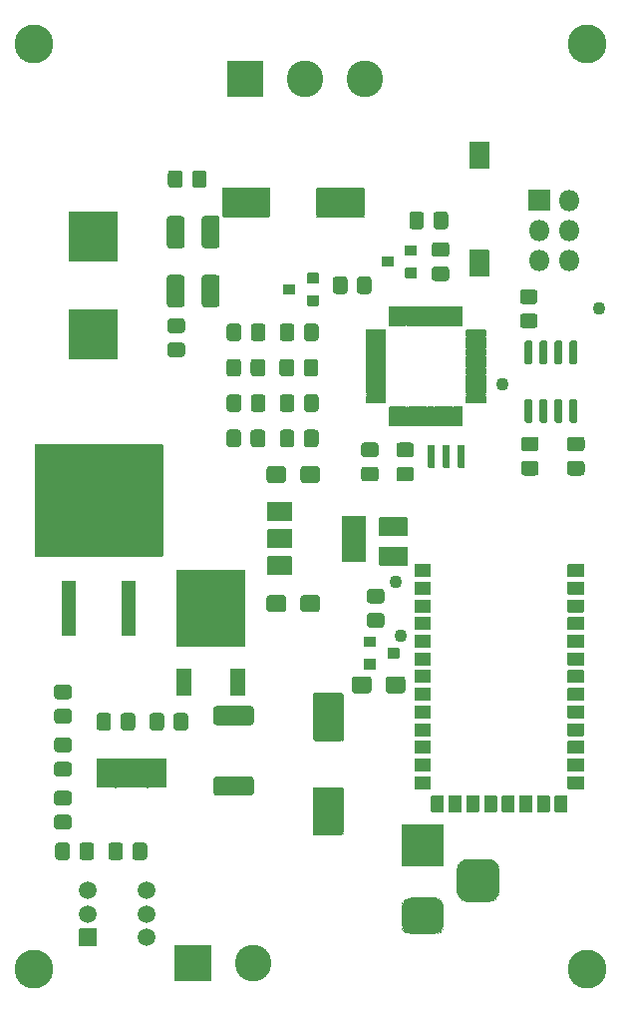
<source format=gbr>
G04 #@! TF.GenerationSoftware,KiCad,Pcbnew,5.1.9*
G04 #@! TF.CreationDate,2021-01-31T09:53:20+01:00*
G04 #@! TF.ProjectId,blueled,626c7565-6c65-4642-9e6b-696361645f70,rev?*
G04 #@! TF.SameCoordinates,Original*
G04 #@! TF.FileFunction,Soldermask,Top*
G04 #@! TF.FilePolarity,Negative*
%FSLAX46Y46*%
G04 Gerber Fmt 4.6, Leading zero omitted, Abs format (unit mm)*
G04 Created by KiCad (PCBNEW 5.1.9) date 2021-01-31 09:53:20*
%MOMM*%
%LPD*%
G01*
G04 APERTURE LIST*
%ADD10C,3.102000*%
%ADD11O,1.802000X1.802000*%
%ADD12C,1.102000*%
%ADD13C,1.502000*%
%ADD14C,3.302000*%
%ADD15C,0.100000*%
G04 APERTURE END LIST*
G36*
G01*
X153499000Y-118600000D02*
X153499000Y-117800000D01*
G75*
G02*
X153550000Y-117749000I51000J0D01*
G01*
X154450000Y-117749000D01*
G75*
G02*
X154501000Y-117800000I0J-51000D01*
G01*
X154501000Y-118600000D01*
G75*
G02*
X154450000Y-118651000I-51000J0D01*
G01*
X153550000Y-118651000D01*
G75*
G02*
X153499000Y-118600000I0J51000D01*
G01*
G37*
G36*
G01*
X151499000Y-119550000D02*
X151499000Y-118750000D01*
G75*
G02*
X151550000Y-118699000I51000J0D01*
G01*
X152450000Y-118699000D01*
G75*
G02*
X152501000Y-118750000I0J-51000D01*
G01*
X152501000Y-119550000D01*
G75*
G02*
X152450000Y-119601000I-51000J0D01*
G01*
X151550000Y-119601000D01*
G75*
G02*
X151499000Y-119550000I0J51000D01*
G01*
G37*
G36*
G01*
X151499000Y-117650000D02*
X151499000Y-116850000D01*
G75*
G02*
X151550000Y-116799000I51000J0D01*
G01*
X152450000Y-116799000D01*
G75*
G02*
X152501000Y-116850000I0J-51000D01*
G01*
X152501000Y-117650000D01*
G75*
G02*
X152450000Y-117701000I-51000J0D01*
G01*
X151550000Y-117701000D01*
G75*
G02*
X151499000Y-117650000I0J51000D01*
G01*
G37*
G36*
G01*
X149500800Y-125691000D02*
X147419200Y-125691000D01*
G75*
G02*
X147159000Y-125430800I0J260200D01*
G01*
X147159000Y-121849200D01*
G75*
G02*
X147419200Y-121589000I260200J0D01*
G01*
X149500800Y-121589000D01*
G75*
G02*
X149761000Y-121849200I0J-260200D01*
G01*
X149761000Y-125430800D01*
G75*
G02*
X149500800Y-125691000I-260200J0D01*
G01*
G37*
G36*
G01*
X149500800Y-133691000D02*
X147419200Y-133691000D01*
G75*
G02*
X147159000Y-133430800I0J260200D01*
G01*
X147159000Y-129849200D01*
G75*
G02*
X147419200Y-129589000I260200J0D01*
G01*
X149500800Y-129589000D01*
G75*
G02*
X149761000Y-129849200I0J-260200D01*
G01*
X149761000Y-133430800D01*
G75*
G02*
X149500800Y-133691000I-260200J0D01*
G01*
G37*
G36*
G01*
X128851001Y-127144001D02*
X130301001Y-127144001D01*
G75*
G02*
X130352001Y-127195001I0J-51000D01*
G01*
X130352001Y-127645001D01*
G75*
G02*
X130301001Y-127696001I-51000J0D01*
G01*
X128851001Y-127696001D01*
G75*
G02*
X128800001Y-127645001I0J51000D01*
G01*
X128800001Y-127195001D01*
G75*
G02*
X128851001Y-127144001I51000J0D01*
G01*
G37*
G36*
G01*
X128851001Y-127794001D02*
X130301001Y-127794001D01*
G75*
G02*
X130352001Y-127845001I0J-51000D01*
G01*
X130352001Y-128295001D01*
G75*
G02*
X130301001Y-128346001I-51000J0D01*
G01*
X128851001Y-128346001D01*
G75*
G02*
X128800001Y-128295001I0J51000D01*
G01*
X128800001Y-127845001D01*
G75*
G02*
X128851001Y-127794001I51000J0D01*
G01*
G37*
G36*
G01*
X128851001Y-128444001D02*
X130301001Y-128444001D01*
G75*
G02*
X130352001Y-128495001I0J-51000D01*
G01*
X130352001Y-128945001D01*
G75*
G02*
X130301001Y-128996001I-51000J0D01*
G01*
X128851001Y-128996001D01*
G75*
G02*
X128800001Y-128945001I0J51000D01*
G01*
X128800001Y-128495001D01*
G75*
G02*
X128851001Y-128444001I51000J0D01*
G01*
G37*
G36*
G01*
X128851001Y-129094001D02*
X130301001Y-129094001D01*
G75*
G02*
X130352001Y-129145001I0J-51000D01*
G01*
X130352001Y-129595001D01*
G75*
G02*
X130301001Y-129646001I-51000J0D01*
G01*
X128851001Y-129646001D01*
G75*
G02*
X128800001Y-129595001I0J51000D01*
G01*
X128800001Y-129145001D01*
G75*
G02*
X128851001Y-129094001I51000J0D01*
G01*
G37*
G36*
G01*
X133251001Y-129094001D02*
X134701001Y-129094001D01*
G75*
G02*
X134752001Y-129145001I0J-51000D01*
G01*
X134752001Y-129595001D01*
G75*
G02*
X134701001Y-129646001I-51000J0D01*
G01*
X133251001Y-129646001D01*
G75*
G02*
X133200001Y-129595001I0J51000D01*
G01*
X133200001Y-129145001D01*
G75*
G02*
X133251001Y-129094001I51000J0D01*
G01*
G37*
G36*
G01*
X133251001Y-128444001D02*
X134701001Y-128444001D01*
G75*
G02*
X134752001Y-128495001I0J-51000D01*
G01*
X134752001Y-128945001D01*
G75*
G02*
X134701001Y-128996001I-51000J0D01*
G01*
X133251001Y-128996001D01*
G75*
G02*
X133200001Y-128945001I0J51000D01*
G01*
X133200001Y-128495001D01*
G75*
G02*
X133251001Y-128444001I51000J0D01*
G01*
G37*
G36*
G01*
X133251001Y-127794001D02*
X134701001Y-127794001D01*
G75*
G02*
X134752001Y-127845001I0J-51000D01*
G01*
X134752001Y-128295001D01*
G75*
G02*
X134701001Y-128346001I-51000J0D01*
G01*
X133251001Y-128346001D01*
G75*
G02*
X133200001Y-128295001I0J51000D01*
G01*
X133200001Y-127845001D01*
G75*
G02*
X133251001Y-127794001I51000J0D01*
G01*
G37*
G36*
G01*
X133251001Y-127144001D02*
X134701001Y-127144001D01*
G75*
G02*
X134752001Y-127195001I0J-51000D01*
G01*
X134752001Y-127645001D01*
G75*
G02*
X134701001Y-127696001I-51000J0D01*
G01*
X133251001Y-127696001D01*
G75*
G02*
X133200001Y-127645001I0J51000D01*
G01*
X133200001Y-127195001D01*
G75*
G02*
X133251001Y-127144001I51000J0D01*
G01*
G37*
G36*
G01*
X130576001Y-127144001D02*
X132976001Y-127144001D01*
G75*
G02*
X133027001Y-127195001I0J-51000D01*
G01*
X133027001Y-129595001D01*
G75*
G02*
X132976001Y-129646001I-51000J0D01*
G01*
X130576001Y-129646001D01*
G75*
G02*
X130525001Y-129595001I0J51000D01*
G01*
X130525001Y-127195001D01*
G75*
G02*
X130576001Y-127144001I51000J0D01*
G01*
G37*
G36*
G01*
X141400001Y-117651000D02*
X135599999Y-117651000D01*
G75*
G02*
X135549000Y-117600001I0J50999D01*
G01*
X135549000Y-111199999D01*
G75*
G02*
X135599999Y-111149000I50999J0D01*
G01*
X141400001Y-111149000D01*
G75*
G02*
X141451000Y-111199999I0J-50999D01*
G01*
X141451000Y-117600001D01*
G75*
G02*
X141400001Y-117651000I-50999J0D01*
G01*
G37*
G36*
G01*
X141380001Y-121851000D02*
X140179999Y-121851000D01*
G75*
G02*
X140129000Y-121800001I0J50999D01*
G01*
X140129000Y-119599999D01*
G75*
G02*
X140179999Y-119549000I50999J0D01*
G01*
X141380001Y-119549000D01*
G75*
G02*
X141431000Y-119599999I0J-50999D01*
G01*
X141431000Y-121800001D01*
G75*
G02*
X141380001Y-121851000I-50999J0D01*
G01*
G37*
G36*
G01*
X136820001Y-121851000D02*
X135619999Y-121851000D01*
G75*
G02*
X135569000Y-121800001I0J50999D01*
G01*
X135569000Y-119599999D01*
G75*
G02*
X135619999Y-119549000I50999J0D01*
G01*
X136820001Y-119549000D01*
G75*
G02*
X136871000Y-119599999I0J-50999D01*
G01*
X136871000Y-121800001D01*
G75*
G02*
X136820001Y-121851000I-50999J0D01*
G01*
G37*
G36*
G01*
X134400000Y-110012000D02*
X123600000Y-110012000D01*
G75*
G02*
X123549000Y-109961000I0J51000D01*
G01*
X123549000Y-100561000D01*
G75*
G02*
X123600000Y-100510000I51000J0D01*
G01*
X134400000Y-100510000D01*
G75*
G02*
X134451000Y-100561000I0J-51000D01*
G01*
X134451000Y-109961000D01*
G75*
G02*
X134400000Y-110012000I-51000J0D01*
G01*
G37*
G36*
G01*
X132090000Y-116762000D02*
X130990000Y-116762000D01*
G75*
G02*
X130939000Y-116711000I0J51000D01*
G01*
X130939000Y-112111000D01*
G75*
G02*
X130990000Y-112060000I51000J0D01*
G01*
X132090000Y-112060000D01*
G75*
G02*
X132141000Y-112111000I0J-51000D01*
G01*
X132141000Y-116711000D01*
G75*
G02*
X132090000Y-116762000I-51000J0D01*
G01*
G37*
G36*
G01*
X127010000Y-116762000D02*
X125910000Y-116762000D01*
G75*
G02*
X125859000Y-116711000I0J51000D01*
G01*
X125859000Y-112111000D01*
G75*
G02*
X125910000Y-112060000I51000J0D01*
G01*
X127010000Y-112060000D01*
G75*
G02*
X127061000Y-112111000I0J-51000D01*
G01*
X127061000Y-116711000D01*
G75*
G02*
X127010000Y-116762000I-51000J0D01*
G01*
G37*
G36*
G01*
X150899000Y-87478828D02*
X150899000Y-86521172D01*
G75*
G02*
X151171172Y-86249000I272172J0D01*
G01*
X151878828Y-86249000D01*
G75*
G02*
X152151000Y-86521172I0J-272172D01*
G01*
X152151000Y-87478828D01*
G75*
G02*
X151878828Y-87751000I-272172J0D01*
G01*
X151171172Y-87751000D01*
G75*
G02*
X150899000Y-87478828I0J272172D01*
G01*
G37*
G36*
G01*
X148849000Y-87478828D02*
X148849000Y-86521172D01*
G75*
G02*
X149121172Y-86249000I272172J0D01*
G01*
X149828828Y-86249000D01*
G75*
G02*
X150101000Y-86521172I0J-272172D01*
G01*
X150101000Y-87478828D01*
G75*
G02*
X149828828Y-87751000I-272172J0D01*
G01*
X149121172Y-87751000D01*
G75*
G02*
X148849000Y-87478828I0J272172D01*
G01*
G37*
G36*
G01*
X157399000Y-81978828D02*
X157399000Y-81021172D01*
G75*
G02*
X157671172Y-80749000I272172J0D01*
G01*
X158378828Y-80749000D01*
G75*
G02*
X158651000Y-81021172I0J-272172D01*
G01*
X158651000Y-81978828D01*
G75*
G02*
X158378828Y-82251000I-272172J0D01*
G01*
X157671172Y-82251000D01*
G75*
G02*
X157399000Y-81978828I0J272172D01*
G01*
G37*
G36*
G01*
X155349000Y-81978828D02*
X155349000Y-81021172D01*
G75*
G02*
X155621172Y-80749000I272172J0D01*
G01*
X156328828Y-80749000D01*
G75*
G02*
X156601000Y-81021172I0J-272172D01*
G01*
X156601000Y-81978828D01*
G75*
G02*
X156328828Y-82251000I-272172J0D01*
G01*
X155621172Y-82251000D01*
G75*
G02*
X155349000Y-81978828I0J272172D01*
G01*
G37*
G36*
G01*
X154001000Y-84600000D02*
X154001000Y-85400000D01*
G75*
G02*
X153950000Y-85451000I-51000J0D01*
G01*
X153050000Y-85451000D01*
G75*
G02*
X152999000Y-85400000I0J51000D01*
G01*
X152999000Y-84600000D01*
G75*
G02*
X153050000Y-84549000I51000J0D01*
G01*
X153950000Y-84549000D01*
G75*
G02*
X154001000Y-84600000I0J-51000D01*
G01*
G37*
G36*
G01*
X156001000Y-83650000D02*
X156001000Y-84450000D01*
G75*
G02*
X155950000Y-84501000I-51000J0D01*
G01*
X155050000Y-84501000D01*
G75*
G02*
X154999000Y-84450000I0J51000D01*
G01*
X154999000Y-83650000D01*
G75*
G02*
X155050000Y-83599000I51000J0D01*
G01*
X155950000Y-83599000D01*
G75*
G02*
X156001000Y-83650000I0J-51000D01*
G01*
G37*
G36*
G01*
X156001000Y-85550000D02*
X156001000Y-86350000D01*
G75*
G02*
X155950000Y-86401000I-51000J0D01*
G01*
X155050000Y-86401000D01*
G75*
G02*
X154999000Y-86350000I0J51000D01*
G01*
X154999000Y-85550000D01*
G75*
G02*
X155050000Y-85499000I51000J0D01*
G01*
X155950000Y-85499000D01*
G75*
G02*
X156001000Y-85550000I0J-51000D01*
G01*
G37*
G36*
G01*
X137724000Y-88608106D02*
X137724000Y-86391894D01*
G75*
G02*
X137991894Y-86124000I267894J0D01*
G01*
X138983106Y-86124000D01*
G75*
G02*
X139251000Y-86391894I0J-267894D01*
G01*
X139251000Y-88608106D01*
G75*
G02*
X138983106Y-88876000I-267894J0D01*
G01*
X137991894Y-88876000D01*
G75*
G02*
X137724000Y-88608106I0J267894D01*
G01*
G37*
G36*
G01*
X134749000Y-88608106D02*
X134749000Y-86391894D01*
G75*
G02*
X135016894Y-86124000I267894J0D01*
G01*
X136008106Y-86124000D01*
G75*
G02*
X136276000Y-86391894I0J-267894D01*
G01*
X136276000Y-88608106D01*
G75*
G02*
X136008106Y-88876000I-267894J0D01*
G01*
X135016894Y-88876000D01*
G75*
G02*
X134749000Y-88608106I0J267894D01*
G01*
G37*
G36*
G01*
X137724000Y-83608106D02*
X137724000Y-81391894D01*
G75*
G02*
X137991894Y-81124000I267894J0D01*
G01*
X138983106Y-81124000D01*
G75*
G02*
X139251000Y-81391894I0J-267894D01*
G01*
X139251000Y-83608106D01*
G75*
G02*
X138983106Y-83876000I-267894J0D01*
G01*
X137991894Y-83876000D01*
G75*
G02*
X137724000Y-83608106I0J267894D01*
G01*
G37*
G36*
G01*
X134749000Y-83608106D02*
X134749000Y-81391894D01*
G75*
G02*
X135016894Y-81124000I267894J0D01*
G01*
X136008106Y-81124000D01*
G75*
G02*
X136276000Y-81391894I0J-267894D01*
G01*
X136276000Y-83608106D01*
G75*
G02*
X136008106Y-83876000I-267894J0D01*
G01*
X135016894Y-83876000D01*
G75*
G02*
X134749000Y-83608106I0J267894D01*
G01*
G37*
D10*
X142080000Y-144500000D03*
G36*
G01*
X135449000Y-146000000D02*
X135449000Y-143000000D01*
G75*
G02*
X135500000Y-142949000I51000J0D01*
G01*
X138500000Y-142949000D01*
G75*
G02*
X138551000Y-143000000I0J-51000D01*
G01*
X138551000Y-146000000D01*
G75*
G02*
X138500000Y-146051000I-51000J0D01*
G01*
X135500000Y-146051000D01*
G75*
G02*
X135449000Y-146000000I0J51000D01*
G01*
G37*
D11*
X168940000Y-84860000D03*
X166400000Y-84860000D03*
X168940000Y-82320000D03*
X166400000Y-82320000D03*
X168940000Y-79780000D03*
G36*
G01*
X165499000Y-80630000D02*
X165499000Y-78930000D01*
G75*
G02*
X165550000Y-78879000I51000J0D01*
G01*
X167250000Y-78879000D01*
G75*
G02*
X167301000Y-78930000I0J-51000D01*
G01*
X167301000Y-80630000D01*
G75*
G02*
X167250000Y-80681000I-51000J0D01*
G01*
X165550000Y-80681000D01*
G75*
G02*
X165499000Y-80630000I0J51000D01*
G01*
G37*
G36*
G01*
X155799000Y-129700000D02*
X155799000Y-128700000D01*
G75*
G02*
X155850000Y-128649000I51000J0D01*
G01*
X157150000Y-128649000D01*
G75*
G02*
X157201000Y-128700000I0J-51000D01*
G01*
X157201000Y-129700000D01*
G75*
G02*
X157150000Y-129751000I-51000J0D01*
G01*
X155850000Y-129751000D01*
G75*
G02*
X155799000Y-129700000I0J51000D01*
G01*
G37*
G36*
G01*
X155799000Y-128200000D02*
X155799000Y-127200000D01*
G75*
G02*
X155850000Y-127149000I51000J0D01*
G01*
X157150000Y-127149000D01*
G75*
G02*
X157201000Y-127200000I0J-51000D01*
G01*
X157201000Y-128200000D01*
G75*
G02*
X157150000Y-128251000I-51000J0D01*
G01*
X155850000Y-128251000D01*
G75*
G02*
X155799000Y-128200000I0J51000D01*
G01*
G37*
G36*
G01*
X155799000Y-126700000D02*
X155799000Y-125700000D01*
G75*
G02*
X155850000Y-125649000I51000J0D01*
G01*
X157150000Y-125649000D01*
G75*
G02*
X157201000Y-125700000I0J-51000D01*
G01*
X157201000Y-126700000D01*
G75*
G02*
X157150000Y-126751000I-51000J0D01*
G01*
X155850000Y-126751000D01*
G75*
G02*
X155799000Y-126700000I0J51000D01*
G01*
G37*
G36*
G01*
X155799000Y-125200000D02*
X155799000Y-124200000D01*
G75*
G02*
X155850000Y-124149000I51000J0D01*
G01*
X157150000Y-124149000D01*
G75*
G02*
X157201000Y-124200000I0J-51000D01*
G01*
X157201000Y-125200000D01*
G75*
G02*
X157150000Y-125251000I-51000J0D01*
G01*
X155850000Y-125251000D01*
G75*
G02*
X155799000Y-125200000I0J51000D01*
G01*
G37*
G36*
G01*
X155799000Y-123700000D02*
X155799000Y-122700000D01*
G75*
G02*
X155850000Y-122649000I51000J0D01*
G01*
X157150000Y-122649000D01*
G75*
G02*
X157201000Y-122700000I0J-51000D01*
G01*
X157201000Y-123700000D01*
G75*
G02*
X157150000Y-123751000I-51000J0D01*
G01*
X155850000Y-123751000D01*
G75*
G02*
X155799000Y-123700000I0J51000D01*
G01*
G37*
G36*
G01*
X155799000Y-122200000D02*
X155799000Y-121200000D01*
G75*
G02*
X155850000Y-121149000I51000J0D01*
G01*
X157150000Y-121149000D01*
G75*
G02*
X157201000Y-121200000I0J-51000D01*
G01*
X157201000Y-122200000D01*
G75*
G02*
X157150000Y-122251000I-51000J0D01*
G01*
X155850000Y-122251000D01*
G75*
G02*
X155799000Y-122200000I0J51000D01*
G01*
G37*
G36*
G01*
X155799000Y-120700000D02*
X155799000Y-119700000D01*
G75*
G02*
X155850000Y-119649000I51000J0D01*
G01*
X157150000Y-119649000D01*
G75*
G02*
X157201000Y-119700000I0J-51000D01*
G01*
X157201000Y-120700000D01*
G75*
G02*
X157150000Y-120751000I-51000J0D01*
G01*
X155850000Y-120751000D01*
G75*
G02*
X155799000Y-120700000I0J51000D01*
G01*
G37*
G36*
G01*
X155799000Y-119200000D02*
X155799000Y-118200000D01*
G75*
G02*
X155850000Y-118149000I51000J0D01*
G01*
X157150000Y-118149000D01*
G75*
G02*
X157201000Y-118200000I0J-51000D01*
G01*
X157201000Y-119200000D01*
G75*
G02*
X157150000Y-119251000I-51000J0D01*
G01*
X155850000Y-119251000D01*
G75*
G02*
X155799000Y-119200000I0J51000D01*
G01*
G37*
G36*
G01*
X155799000Y-117700000D02*
X155799000Y-116700000D01*
G75*
G02*
X155850000Y-116649000I51000J0D01*
G01*
X157150000Y-116649000D01*
G75*
G02*
X157201000Y-116700000I0J-51000D01*
G01*
X157201000Y-117700000D01*
G75*
G02*
X157150000Y-117751000I-51000J0D01*
G01*
X155850000Y-117751000D01*
G75*
G02*
X155799000Y-117700000I0J51000D01*
G01*
G37*
G36*
G01*
X155799000Y-116200000D02*
X155799000Y-115200000D01*
G75*
G02*
X155850000Y-115149000I51000J0D01*
G01*
X157150000Y-115149000D01*
G75*
G02*
X157201000Y-115200000I0J-51000D01*
G01*
X157201000Y-116200000D01*
G75*
G02*
X157150000Y-116251000I-51000J0D01*
G01*
X155850000Y-116251000D01*
G75*
G02*
X155799000Y-116200000I0J51000D01*
G01*
G37*
G36*
G01*
X155799000Y-114700000D02*
X155799000Y-113700000D01*
G75*
G02*
X155850000Y-113649000I51000J0D01*
G01*
X157150000Y-113649000D01*
G75*
G02*
X157201000Y-113700000I0J-51000D01*
G01*
X157201000Y-114700000D01*
G75*
G02*
X157150000Y-114751000I-51000J0D01*
G01*
X155850000Y-114751000D01*
G75*
G02*
X155799000Y-114700000I0J51000D01*
G01*
G37*
G36*
G01*
X155799000Y-113200000D02*
X155799000Y-112200000D01*
G75*
G02*
X155850000Y-112149000I51000J0D01*
G01*
X157150000Y-112149000D01*
G75*
G02*
X157201000Y-112200000I0J-51000D01*
G01*
X157201000Y-113200000D01*
G75*
G02*
X157150000Y-113251000I-51000J0D01*
G01*
X155850000Y-113251000D01*
G75*
G02*
X155799000Y-113200000I0J51000D01*
G01*
G37*
G36*
G01*
X155799000Y-111700000D02*
X155799000Y-110700000D01*
G75*
G02*
X155850000Y-110649000I51000J0D01*
G01*
X157150000Y-110649000D01*
G75*
G02*
X157201000Y-110700000I0J-51000D01*
G01*
X157201000Y-111700000D01*
G75*
G02*
X157150000Y-111751000I-51000J0D01*
G01*
X155850000Y-111751000D01*
G75*
G02*
X155799000Y-111700000I0J51000D01*
G01*
G37*
G36*
G01*
X170201000Y-110700000D02*
X170201000Y-111700000D01*
G75*
G02*
X170150000Y-111751000I-51000J0D01*
G01*
X168850000Y-111751000D01*
G75*
G02*
X168799000Y-111700000I0J51000D01*
G01*
X168799000Y-110700000D01*
G75*
G02*
X168850000Y-110649000I51000J0D01*
G01*
X170150000Y-110649000D01*
G75*
G02*
X170201000Y-110700000I0J-51000D01*
G01*
G37*
G36*
G01*
X170201000Y-112200000D02*
X170201000Y-113200000D01*
G75*
G02*
X170150000Y-113251000I-51000J0D01*
G01*
X168850000Y-113251000D01*
G75*
G02*
X168799000Y-113200000I0J51000D01*
G01*
X168799000Y-112200000D01*
G75*
G02*
X168850000Y-112149000I51000J0D01*
G01*
X170150000Y-112149000D01*
G75*
G02*
X170201000Y-112200000I0J-51000D01*
G01*
G37*
G36*
G01*
X170201000Y-113700000D02*
X170201000Y-114700000D01*
G75*
G02*
X170150000Y-114751000I-51000J0D01*
G01*
X168850000Y-114751000D01*
G75*
G02*
X168799000Y-114700000I0J51000D01*
G01*
X168799000Y-113700000D01*
G75*
G02*
X168850000Y-113649000I51000J0D01*
G01*
X170150000Y-113649000D01*
G75*
G02*
X170201000Y-113700000I0J-51000D01*
G01*
G37*
G36*
G01*
X170201000Y-115200000D02*
X170201000Y-116200000D01*
G75*
G02*
X170150000Y-116251000I-51000J0D01*
G01*
X168850000Y-116251000D01*
G75*
G02*
X168799000Y-116200000I0J51000D01*
G01*
X168799000Y-115200000D01*
G75*
G02*
X168850000Y-115149000I51000J0D01*
G01*
X170150000Y-115149000D01*
G75*
G02*
X170201000Y-115200000I0J-51000D01*
G01*
G37*
G36*
G01*
X170201000Y-116700000D02*
X170201000Y-117700000D01*
G75*
G02*
X170150000Y-117751000I-51000J0D01*
G01*
X168850000Y-117751000D01*
G75*
G02*
X168799000Y-117700000I0J51000D01*
G01*
X168799000Y-116700000D01*
G75*
G02*
X168850000Y-116649000I51000J0D01*
G01*
X170150000Y-116649000D01*
G75*
G02*
X170201000Y-116700000I0J-51000D01*
G01*
G37*
G36*
G01*
X170201000Y-118200000D02*
X170201000Y-119200000D01*
G75*
G02*
X170150000Y-119251000I-51000J0D01*
G01*
X168850000Y-119251000D01*
G75*
G02*
X168799000Y-119200000I0J51000D01*
G01*
X168799000Y-118200000D01*
G75*
G02*
X168850000Y-118149000I51000J0D01*
G01*
X170150000Y-118149000D01*
G75*
G02*
X170201000Y-118200000I0J-51000D01*
G01*
G37*
G36*
G01*
X170201000Y-119700000D02*
X170201000Y-120700000D01*
G75*
G02*
X170150000Y-120751000I-51000J0D01*
G01*
X168850000Y-120751000D01*
G75*
G02*
X168799000Y-120700000I0J51000D01*
G01*
X168799000Y-119700000D01*
G75*
G02*
X168850000Y-119649000I51000J0D01*
G01*
X170150000Y-119649000D01*
G75*
G02*
X170201000Y-119700000I0J-51000D01*
G01*
G37*
G36*
G01*
X170201000Y-121200000D02*
X170201000Y-122200000D01*
G75*
G02*
X170150000Y-122251000I-51000J0D01*
G01*
X168850000Y-122251000D01*
G75*
G02*
X168799000Y-122200000I0J51000D01*
G01*
X168799000Y-121200000D01*
G75*
G02*
X168850000Y-121149000I51000J0D01*
G01*
X170150000Y-121149000D01*
G75*
G02*
X170201000Y-121200000I0J-51000D01*
G01*
G37*
G36*
G01*
X170201000Y-122700000D02*
X170201000Y-123700000D01*
G75*
G02*
X170150000Y-123751000I-51000J0D01*
G01*
X168850000Y-123751000D01*
G75*
G02*
X168799000Y-123700000I0J51000D01*
G01*
X168799000Y-122700000D01*
G75*
G02*
X168850000Y-122649000I51000J0D01*
G01*
X170150000Y-122649000D01*
G75*
G02*
X170201000Y-122700000I0J-51000D01*
G01*
G37*
G36*
G01*
X170201000Y-124200000D02*
X170201000Y-125200000D01*
G75*
G02*
X170150000Y-125251000I-51000J0D01*
G01*
X168850000Y-125251000D01*
G75*
G02*
X168799000Y-125200000I0J51000D01*
G01*
X168799000Y-124200000D01*
G75*
G02*
X168850000Y-124149000I51000J0D01*
G01*
X170150000Y-124149000D01*
G75*
G02*
X170201000Y-124200000I0J-51000D01*
G01*
G37*
G36*
G01*
X170201000Y-125700000D02*
X170201000Y-126700000D01*
G75*
G02*
X170150000Y-126751000I-51000J0D01*
G01*
X168850000Y-126751000D01*
G75*
G02*
X168799000Y-126700000I0J51000D01*
G01*
X168799000Y-125700000D01*
G75*
G02*
X168850000Y-125649000I51000J0D01*
G01*
X170150000Y-125649000D01*
G75*
G02*
X170201000Y-125700000I0J-51000D01*
G01*
G37*
G36*
G01*
X170201000Y-127200000D02*
X170201000Y-128200000D01*
G75*
G02*
X170150000Y-128251000I-51000J0D01*
G01*
X168850000Y-128251000D01*
G75*
G02*
X168799000Y-128200000I0J51000D01*
G01*
X168799000Y-127200000D01*
G75*
G02*
X168850000Y-127149000I51000J0D01*
G01*
X170150000Y-127149000D01*
G75*
G02*
X170201000Y-127200000I0J-51000D01*
G01*
G37*
G36*
G01*
X170201000Y-128700000D02*
X170201000Y-129700000D01*
G75*
G02*
X170150000Y-129751000I-51000J0D01*
G01*
X168850000Y-129751000D01*
G75*
G02*
X168799000Y-129700000I0J51000D01*
G01*
X168799000Y-128700000D01*
G75*
G02*
X168850000Y-128649000I51000J0D01*
G01*
X170150000Y-128649000D01*
G75*
G02*
X170201000Y-128700000I0J-51000D01*
G01*
G37*
G36*
G01*
X168750000Y-131701000D02*
X167750000Y-131701000D01*
G75*
G02*
X167699000Y-131650000I0J51000D01*
G01*
X167699000Y-130350000D01*
G75*
G02*
X167750000Y-130299000I51000J0D01*
G01*
X168750000Y-130299000D01*
G75*
G02*
X168801000Y-130350000I0J-51000D01*
G01*
X168801000Y-131650000D01*
G75*
G02*
X168750000Y-131701000I-51000J0D01*
G01*
G37*
G36*
G01*
X167250000Y-131701000D02*
X166250000Y-131701000D01*
G75*
G02*
X166199000Y-131650000I0J51000D01*
G01*
X166199000Y-130350000D01*
G75*
G02*
X166250000Y-130299000I51000J0D01*
G01*
X167250000Y-130299000D01*
G75*
G02*
X167301000Y-130350000I0J-51000D01*
G01*
X167301000Y-131650000D01*
G75*
G02*
X167250000Y-131701000I-51000J0D01*
G01*
G37*
G36*
G01*
X165750000Y-131701000D02*
X164750000Y-131701000D01*
G75*
G02*
X164699000Y-131650000I0J51000D01*
G01*
X164699000Y-130350000D01*
G75*
G02*
X164750000Y-130299000I51000J0D01*
G01*
X165750000Y-130299000D01*
G75*
G02*
X165801000Y-130350000I0J-51000D01*
G01*
X165801000Y-131650000D01*
G75*
G02*
X165750000Y-131701000I-51000J0D01*
G01*
G37*
G36*
G01*
X164250000Y-131701000D02*
X163250000Y-131701000D01*
G75*
G02*
X163199000Y-131650000I0J51000D01*
G01*
X163199000Y-130350000D01*
G75*
G02*
X163250000Y-130299000I51000J0D01*
G01*
X164250000Y-130299000D01*
G75*
G02*
X164301000Y-130350000I0J-51000D01*
G01*
X164301000Y-131650000D01*
G75*
G02*
X164250000Y-131701000I-51000J0D01*
G01*
G37*
G36*
G01*
X161250000Y-131701000D02*
X160250000Y-131701000D01*
G75*
G02*
X160199000Y-131650000I0J51000D01*
G01*
X160199000Y-130350000D01*
G75*
G02*
X160250000Y-130299000I51000J0D01*
G01*
X161250000Y-130299000D01*
G75*
G02*
X161301000Y-130350000I0J-51000D01*
G01*
X161301000Y-131650000D01*
G75*
G02*
X161250000Y-131701000I-51000J0D01*
G01*
G37*
G36*
G01*
X159750000Y-131701000D02*
X158750000Y-131701000D01*
G75*
G02*
X158699000Y-131650000I0J51000D01*
G01*
X158699000Y-130350000D01*
G75*
G02*
X158750000Y-130299000I51000J0D01*
G01*
X159750000Y-130299000D01*
G75*
G02*
X159801000Y-130350000I0J-51000D01*
G01*
X159801000Y-131650000D01*
G75*
G02*
X159750000Y-131701000I-51000J0D01*
G01*
G37*
G36*
G01*
X158250000Y-131701000D02*
X157250000Y-131701000D01*
G75*
G02*
X157199000Y-131650000I0J51000D01*
G01*
X157199000Y-130350000D01*
G75*
G02*
X157250000Y-130299000I51000J0D01*
G01*
X158250000Y-130299000D01*
G75*
G02*
X158301000Y-130350000I0J-51000D01*
G01*
X158301000Y-131650000D01*
G75*
G02*
X158250000Y-131701000I-51000J0D01*
G01*
G37*
G36*
G01*
X162750000Y-131701000D02*
X161750000Y-131701000D01*
G75*
G02*
X161699000Y-131650000I0J51000D01*
G01*
X161699000Y-130350000D01*
G75*
G02*
X161750000Y-130299000I51000J0D01*
G01*
X162750000Y-130299000D01*
G75*
G02*
X162801000Y-130350000I0J-51000D01*
G01*
X162801000Y-131650000D01*
G75*
G02*
X162750000Y-131701000I-51000J0D01*
G01*
G37*
G36*
G01*
X144901000Y-113542887D02*
X144901000Y-114457113D01*
G75*
G02*
X144632113Y-114726000I-268887J0D01*
G01*
X143492887Y-114726000D01*
G75*
G02*
X143224000Y-114457113I0J268887D01*
G01*
X143224000Y-113542887D01*
G75*
G02*
X143492887Y-113274000I268887J0D01*
G01*
X144632113Y-113274000D01*
G75*
G02*
X144901000Y-113542887I0J-268887D01*
G01*
G37*
G36*
G01*
X147776000Y-113542887D02*
X147776000Y-114457113D01*
G75*
G02*
X147507113Y-114726000I-268887J0D01*
G01*
X146367887Y-114726000D01*
G75*
G02*
X146099000Y-114457113I0J268887D01*
G01*
X146099000Y-113542887D01*
G75*
G02*
X146367887Y-113274000I268887J0D01*
G01*
X147507113Y-113274000D01*
G75*
G02*
X147776000Y-113542887I0J-268887D01*
G01*
G37*
D12*
X154230000Y-112170000D03*
X154600000Y-116700000D03*
X163290000Y-95410000D03*
G36*
G01*
X162100500Y-139301000D02*
X160299500Y-139301000D01*
G75*
G02*
X159399000Y-138400500I0J900500D01*
G01*
X159399000Y-136599500D01*
G75*
G02*
X160299500Y-135699000I900500J0D01*
G01*
X162100500Y-135699000D01*
G75*
G02*
X163001000Y-136599500I0J-900500D01*
G01*
X163001000Y-138400500D01*
G75*
G02*
X162100500Y-139301000I-900500J0D01*
G01*
G37*
G36*
G01*
X157525500Y-142051000D02*
X155474500Y-142051000D01*
G75*
G02*
X154699000Y-141275500I0J775500D01*
G01*
X154699000Y-139724500D01*
G75*
G02*
X155474500Y-138949000I775500J0D01*
G01*
X157525500Y-138949000D01*
G75*
G02*
X158301000Y-139724500I0J-775500D01*
G01*
X158301000Y-141275500D01*
G75*
G02*
X157525500Y-142051000I-775500J0D01*
G01*
G37*
G36*
G01*
X158250000Y-136301000D02*
X154750000Y-136301000D01*
G75*
G02*
X154699000Y-136250000I0J51000D01*
G01*
X154699000Y-132750000D01*
G75*
G02*
X154750000Y-132699000I51000J0D01*
G01*
X158250000Y-132699000D01*
G75*
G02*
X158301000Y-132750000I0J-51000D01*
G01*
X158301000Y-136250000D01*
G75*
G02*
X158250000Y-136301000I-51000J0D01*
G01*
G37*
D13*
X128060000Y-138320000D03*
G36*
G01*
X128811000Y-141620000D02*
X128811000Y-143020000D01*
G75*
G02*
X128760000Y-143071000I-51000J0D01*
G01*
X127360000Y-143071000D01*
G75*
G02*
X127309000Y-143020000I0J51000D01*
G01*
X127309000Y-141620000D01*
G75*
G02*
X127360000Y-141569000I51000J0D01*
G01*
X128760000Y-141569000D01*
G75*
G02*
X128811000Y-141620000I0J-51000D01*
G01*
G37*
X133060000Y-142320000D03*
X133060000Y-138320000D03*
X133060000Y-140320000D03*
X128060000Y-140320000D03*
G36*
G01*
X165656500Y-93736000D02*
X165305500Y-93736000D01*
G75*
G02*
X165130000Y-93560500I0J175500D01*
G01*
X165130000Y-91859500D01*
G75*
G02*
X165305500Y-91684000I175500J0D01*
G01*
X165656500Y-91684000D01*
G75*
G02*
X165832000Y-91859500I0J-175500D01*
G01*
X165832000Y-93560500D01*
G75*
G02*
X165656500Y-93736000I-175500J0D01*
G01*
G37*
G36*
G01*
X166926500Y-93736000D02*
X166575500Y-93736000D01*
G75*
G02*
X166400000Y-93560500I0J175500D01*
G01*
X166400000Y-91859500D01*
G75*
G02*
X166575500Y-91684000I175500J0D01*
G01*
X166926500Y-91684000D01*
G75*
G02*
X167102000Y-91859500I0J-175500D01*
G01*
X167102000Y-93560500D01*
G75*
G02*
X166926500Y-93736000I-175500J0D01*
G01*
G37*
G36*
G01*
X168196500Y-93736000D02*
X167845500Y-93736000D01*
G75*
G02*
X167670000Y-93560500I0J175500D01*
G01*
X167670000Y-91859500D01*
G75*
G02*
X167845500Y-91684000I175500J0D01*
G01*
X168196500Y-91684000D01*
G75*
G02*
X168372000Y-91859500I0J-175500D01*
G01*
X168372000Y-93560500D01*
G75*
G02*
X168196500Y-93736000I-175500J0D01*
G01*
G37*
G36*
G01*
X169466500Y-93736000D02*
X169115500Y-93736000D01*
G75*
G02*
X168940000Y-93560500I0J175500D01*
G01*
X168940000Y-91859500D01*
G75*
G02*
X169115500Y-91684000I175500J0D01*
G01*
X169466500Y-91684000D01*
G75*
G02*
X169642000Y-91859500I0J-175500D01*
G01*
X169642000Y-93560500D01*
G75*
G02*
X169466500Y-93736000I-175500J0D01*
G01*
G37*
G36*
G01*
X169466500Y-98686000D02*
X169115500Y-98686000D01*
G75*
G02*
X168940000Y-98510500I0J175500D01*
G01*
X168940000Y-96809500D01*
G75*
G02*
X169115500Y-96634000I175500J0D01*
G01*
X169466500Y-96634000D01*
G75*
G02*
X169642000Y-96809500I0J-175500D01*
G01*
X169642000Y-98510500D01*
G75*
G02*
X169466500Y-98686000I-175500J0D01*
G01*
G37*
G36*
G01*
X168196500Y-98686000D02*
X167845500Y-98686000D01*
G75*
G02*
X167670000Y-98510500I0J175500D01*
G01*
X167670000Y-96809500D01*
G75*
G02*
X167845500Y-96634000I175500J0D01*
G01*
X168196500Y-96634000D01*
G75*
G02*
X168372000Y-96809500I0J-175500D01*
G01*
X168372000Y-98510500D01*
G75*
G02*
X168196500Y-98686000I-175500J0D01*
G01*
G37*
G36*
G01*
X166926500Y-98686000D02*
X166575500Y-98686000D01*
G75*
G02*
X166400000Y-98510500I0J175500D01*
G01*
X166400000Y-96809500D01*
G75*
G02*
X166575500Y-96634000I175500J0D01*
G01*
X166926500Y-96634000D01*
G75*
G02*
X167102000Y-96809500I0J-175500D01*
G01*
X167102000Y-98510500D01*
G75*
G02*
X166926500Y-98686000I-175500J0D01*
G01*
G37*
G36*
G01*
X165656500Y-98686000D02*
X165305500Y-98686000D01*
G75*
G02*
X165130000Y-98510500I0J175500D01*
G01*
X165130000Y-96809500D01*
G75*
G02*
X165305500Y-96634000I175500J0D01*
G01*
X165656500Y-96634000D01*
G75*
G02*
X165832000Y-96809500I0J-175500D01*
G01*
X165832000Y-98510500D01*
G75*
G02*
X165656500Y-98686000I-175500J0D01*
G01*
G37*
G36*
G01*
X143299000Y-106950000D02*
X143299000Y-105450000D01*
G75*
G02*
X143350000Y-105399000I51000J0D01*
G01*
X145350000Y-105399000D01*
G75*
G02*
X145401000Y-105450000I0J-51000D01*
G01*
X145401000Y-106950000D01*
G75*
G02*
X145350000Y-107001000I-51000J0D01*
G01*
X143350000Y-107001000D01*
G75*
G02*
X143299000Y-106950000I0J51000D01*
G01*
G37*
G36*
G01*
X143299000Y-111550000D02*
X143299000Y-110050000D01*
G75*
G02*
X143350000Y-109999000I51000J0D01*
G01*
X145350000Y-109999000D01*
G75*
G02*
X145401000Y-110050000I0J-51000D01*
G01*
X145401000Y-111550000D01*
G75*
G02*
X145350000Y-111601000I-51000J0D01*
G01*
X143350000Y-111601000D01*
G75*
G02*
X143299000Y-111550000I0J51000D01*
G01*
G37*
G36*
G01*
X143299000Y-109250000D02*
X143299000Y-107750000D01*
G75*
G02*
X143350000Y-107699000I51000J0D01*
G01*
X145350000Y-107699000D01*
G75*
G02*
X145401000Y-107750000I0J-51000D01*
G01*
X145401000Y-109250000D01*
G75*
G02*
X145350000Y-109301000I-51000J0D01*
G01*
X143350000Y-109301000D01*
G75*
G02*
X143299000Y-109250000I0J51000D01*
G01*
G37*
G36*
G01*
X149599000Y-110400000D02*
X149599000Y-106600000D01*
G75*
G02*
X149650000Y-106549000I51000J0D01*
G01*
X151650000Y-106549000D01*
G75*
G02*
X151701000Y-106600000I0J-51000D01*
G01*
X151701000Y-110400000D01*
G75*
G02*
X151650000Y-110451000I-51000J0D01*
G01*
X149650000Y-110451000D01*
G75*
G02*
X149599000Y-110400000I0J51000D01*
G01*
G37*
G36*
G01*
X169021172Y-101899000D02*
X169978828Y-101899000D01*
G75*
G02*
X170251000Y-102171172I0J-272172D01*
G01*
X170251000Y-102878828D01*
G75*
G02*
X169978828Y-103151000I-272172J0D01*
G01*
X169021172Y-103151000D01*
G75*
G02*
X168749000Y-102878828I0J272172D01*
G01*
X168749000Y-102171172D01*
G75*
G02*
X169021172Y-101899000I272172J0D01*
G01*
G37*
G36*
G01*
X169021172Y-99849000D02*
X169978828Y-99849000D01*
G75*
G02*
X170251000Y-100121172I0J-272172D01*
G01*
X170251000Y-100828828D01*
G75*
G02*
X169978828Y-101101000I-272172J0D01*
G01*
X169021172Y-101101000D01*
G75*
G02*
X168749000Y-100828828I0J272172D01*
G01*
X168749000Y-100121172D01*
G75*
G02*
X169021172Y-99849000I272172J0D01*
G01*
G37*
G36*
G01*
X146399000Y-100478828D02*
X146399000Y-99521172D01*
G75*
G02*
X146671172Y-99249000I272172J0D01*
G01*
X147378828Y-99249000D01*
G75*
G02*
X147651000Y-99521172I0J-272172D01*
G01*
X147651000Y-100478828D01*
G75*
G02*
X147378828Y-100751000I-272172J0D01*
G01*
X146671172Y-100751000D01*
G75*
G02*
X146399000Y-100478828I0J272172D01*
G01*
G37*
G36*
G01*
X144349000Y-100478828D02*
X144349000Y-99521172D01*
G75*
G02*
X144621172Y-99249000I272172J0D01*
G01*
X145328828Y-99249000D01*
G75*
G02*
X145601000Y-99521172I0J-272172D01*
G01*
X145601000Y-100478828D01*
G75*
G02*
X145328828Y-100751000I-272172J0D01*
G01*
X144621172Y-100751000D01*
G75*
G02*
X144349000Y-100478828I0J272172D01*
G01*
G37*
G36*
G01*
X152021172Y-114799000D02*
X152978828Y-114799000D01*
G75*
G02*
X153251000Y-115071172I0J-272172D01*
G01*
X153251000Y-115778828D01*
G75*
G02*
X152978828Y-116051000I-272172J0D01*
G01*
X152021172Y-116051000D01*
G75*
G02*
X151749000Y-115778828I0J272172D01*
G01*
X151749000Y-115071172D01*
G75*
G02*
X152021172Y-114799000I272172J0D01*
G01*
G37*
G36*
G01*
X152021172Y-112749000D02*
X152978828Y-112749000D01*
G75*
G02*
X153251000Y-113021172I0J-272172D01*
G01*
X153251000Y-113728828D01*
G75*
G02*
X152978828Y-114001000I-272172J0D01*
G01*
X152021172Y-114001000D01*
G75*
G02*
X151749000Y-113728828I0J272172D01*
G01*
X151749000Y-113021172D01*
G75*
G02*
X152021172Y-112749000I272172J0D01*
G01*
G37*
G36*
G01*
X141874000Y-100478828D02*
X141874000Y-99521172D01*
G75*
G02*
X142146172Y-99249000I272172J0D01*
G01*
X142853828Y-99249000D01*
G75*
G02*
X143126000Y-99521172I0J-272172D01*
G01*
X143126000Y-100478828D01*
G75*
G02*
X142853828Y-100751000I-272172J0D01*
G01*
X142146172Y-100751000D01*
G75*
G02*
X141874000Y-100478828I0J272172D01*
G01*
G37*
G36*
G01*
X139824000Y-100478828D02*
X139824000Y-99521172D01*
G75*
G02*
X140096172Y-99249000I272172J0D01*
G01*
X140803828Y-99249000D01*
G75*
G02*
X141076000Y-99521172I0J-272172D01*
G01*
X141076000Y-100478828D01*
G75*
G02*
X140803828Y-100751000I-272172J0D01*
G01*
X140096172Y-100751000D01*
G75*
G02*
X139824000Y-100478828I0J272172D01*
G01*
G37*
G36*
G01*
X166078828Y-101101000D02*
X165121172Y-101101000D01*
G75*
G02*
X164849000Y-100828828I0J272172D01*
G01*
X164849000Y-100121172D01*
G75*
G02*
X165121172Y-99849000I272172J0D01*
G01*
X166078828Y-99849000D01*
G75*
G02*
X166351000Y-100121172I0J-272172D01*
G01*
X166351000Y-100828828D01*
G75*
G02*
X166078828Y-101101000I-272172J0D01*
G01*
G37*
G36*
G01*
X166078828Y-103151000D02*
X165121172Y-103151000D01*
G75*
G02*
X164849000Y-102878828I0J272172D01*
G01*
X164849000Y-102171172D01*
G75*
G02*
X165121172Y-101899000I272172J0D01*
G01*
X166078828Y-101899000D01*
G75*
G02*
X166351000Y-102171172I0J-272172D01*
G01*
X166351000Y-102878828D01*
G75*
G02*
X166078828Y-103151000I-272172J0D01*
G01*
G37*
G36*
G01*
X146399000Y-97478828D02*
X146399000Y-96521172D01*
G75*
G02*
X146671172Y-96249000I272172J0D01*
G01*
X147378828Y-96249000D01*
G75*
G02*
X147651000Y-96521172I0J-272172D01*
G01*
X147651000Y-97478828D01*
G75*
G02*
X147378828Y-97751000I-272172J0D01*
G01*
X146671172Y-97751000D01*
G75*
G02*
X146399000Y-97478828I0J272172D01*
G01*
G37*
G36*
G01*
X144349000Y-97478828D02*
X144349000Y-96521172D01*
G75*
G02*
X144621172Y-96249000I272172J0D01*
G01*
X145328828Y-96249000D01*
G75*
G02*
X145601000Y-96521172I0J-272172D01*
G01*
X145601000Y-97478828D01*
G75*
G02*
X145328828Y-97751000I-272172J0D01*
G01*
X144621172Y-97751000D01*
G75*
G02*
X144349000Y-97478828I0J272172D01*
G01*
G37*
G36*
G01*
X146399000Y-91478828D02*
X146399000Y-90521172D01*
G75*
G02*
X146671172Y-90249000I272172J0D01*
G01*
X147378828Y-90249000D01*
G75*
G02*
X147651000Y-90521172I0J-272172D01*
G01*
X147651000Y-91478828D01*
G75*
G02*
X147378828Y-91751000I-272172J0D01*
G01*
X146671172Y-91751000D01*
G75*
G02*
X146399000Y-91478828I0J272172D01*
G01*
G37*
G36*
G01*
X144349000Y-91478828D02*
X144349000Y-90521172D01*
G75*
G02*
X144621172Y-90249000I272172J0D01*
G01*
X145328828Y-90249000D01*
G75*
G02*
X145601000Y-90521172I0J-272172D01*
G01*
X145601000Y-91478828D01*
G75*
G02*
X145328828Y-91751000I-272172J0D01*
G01*
X144621172Y-91751000D01*
G75*
G02*
X144349000Y-91478828I0J272172D01*
G01*
G37*
G36*
G01*
X152478828Y-101601000D02*
X151521172Y-101601000D01*
G75*
G02*
X151249000Y-101328828I0J272172D01*
G01*
X151249000Y-100621172D01*
G75*
G02*
X151521172Y-100349000I272172J0D01*
G01*
X152478828Y-100349000D01*
G75*
G02*
X152751000Y-100621172I0J-272172D01*
G01*
X152751000Y-101328828D01*
G75*
G02*
X152478828Y-101601000I-272172J0D01*
G01*
G37*
G36*
G01*
X152478828Y-103651000D02*
X151521172Y-103651000D01*
G75*
G02*
X151249000Y-103378828I0J272172D01*
G01*
X151249000Y-102671172D01*
G75*
G02*
X151521172Y-102399000I272172J0D01*
G01*
X152478828Y-102399000D01*
G75*
G02*
X152751000Y-102671172I0J-272172D01*
G01*
X152751000Y-103378828D01*
G75*
G02*
X152478828Y-103651000I-272172J0D01*
G01*
G37*
G36*
G01*
X141899000Y-97478828D02*
X141899000Y-96521172D01*
G75*
G02*
X142171172Y-96249000I272172J0D01*
G01*
X142878828Y-96249000D01*
G75*
G02*
X143151000Y-96521172I0J-272172D01*
G01*
X143151000Y-97478828D01*
G75*
G02*
X142878828Y-97751000I-272172J0D01*
G01*
X142171172Y-97751000D01*
G75*
G02*
X141899000Y-97478828I0J272172D01*
G01*
G37*
G36*
G01*
X139849000Y-97478828D02*
X139849000Y-96521172D01*
G75*
G02*
X140121172Y-96249000I272172J0D01*
G01*
X140828828Y-96249000D01*
G75*
G02*
X141101000Y-96521172I0J-272172D01*
G01*
X141101000Y-97478828D01*
G75*
G02*
X140828828Y-97751000I-272172J0D01*
G01*
X140121172Y-97751000D01*
G75*
G02*
X139849000Y-97478828I0J272172D01*
G01*
G37*
G36*
G01*
X141899000Y-91478828D02*
X141899000Y-90521172D01*
G75*
G02*
X142171172Y-90249000I272172J0D01*
G01*
X142878828Y-90249000D01*
G75*
G02*
X143151000Y-90521172I0J-272172D01*
G01*
X143151000Y-91478828D01*
G75*
G02*
X142878828Y-91751000I-272172J0D01*
G01*
X142171172Y-91751000D01*
G75*
G02*
X141899000Y-91478828I0J272172D01*
G01*
G37*
G36*
G01*
X139849000Y-91478828D02*
X139849000Y-90521172D01*
G75*
G02*
X140121172Y-90249000I272172J0D01*
G01*
X140828828Y-90249000D01*
G75*
G02*
X141101000Y-90521172I0J-272172D01*
G01*
X141101000Y-91478828D01*
G75*
G02*
X140828828Y-91751000I-272172J0D01*
G01*
X140121172Y-91751000D01*
G75*
G02*
X139849000Y-91478828I0J272172D01*
G01*
G37*
G36*
G01*
X165978828Y-88601000D02*
X165021172Y-88601000D01*
G75*
G02*
X164749000Y-88328828I0J272172D01*
G01*
X164749000Y-87621172D01*
G75*
G02*
X165021172Y-87349000I272172J0D01*
G01*
X165978828Y-87349000D01*
G75*
G02*
X166251000Y-87621172I0J-272172D01*
G01*
X166251000Y-88328828D01*
G75*
G02*
X165978828Y-88601000I-272172J0D01*
G01*
G37*
G36*
G01*
X165978828Y-90651000D02*
X165021172Y-90651000D01*
G75*
G02*
X164749000Y-90378828I0J272172D01*
G01*
X164749000Y-89671172D01*
G75*
G02*
X165021172Y-89399000I272172J0D01*
G01*
X165978828Y-89399000D01*
G75*
G02*
X166251000Y-89671172I0J-272172D01*
G01*
X166251000Y-90378828D01*
G75*
G02*
X165978828Y-90651000I-272172J0D01*
G01*
G37*
G36*
G01*
X155478828Y-101601000D02*
X154521172Y-101601000D01*
G75*
G02*
X154249000Y-101328828I0J272172D01*
G01*
X154249000Y-100621172D01*
G75*
G02*
X154521172Y-100349000I272172J0D01*
G01*
X155478828Y-100349000D01*
G75*
G02*
X155751000Y-100621172I0J-272172D01*
G01*
X155751000Y-101328828D01*
G75*
G02*
X155478828Y-101601000I-272172J0D01*
G01*
G37*
G36*
G01*
X155478828Y-103651000D02*
X154521172Y-103651000D01*
G75*
G02*
X154249000Y-103378828I0J272172D01*
G01*
X154249000Y-102671172D01*
G75*
G02*
X154521172Y-102399000I272172J0D01*
G01*
X155478828Y-102399000D01*
G75*
G02*
X155751000Y-102671172I0J-272172D01*
G01*
X155751000Y-103378828D01*
G75*
G02*
X155478828Y-103651000I-272172J0D01*
G01*
G37*
D10*
X151580000Y-69500000D03*
X146500000Y-69500000D03*
G36*
G01*
X139869000Y-71000000D02*
X139869000Y-68000000D01*
G75*
G02*
X139920000Y-67949000I51000J0D01*
G01*
X142920000Y-67949000D01*
G75*
G02*
X142971000Y-68000000I0J-51000D01*
G01*
X142971000Y-71000000D01*
G75*
G02*
X142920000Y-71051000I-51000J0D01*
G01*
X139920000Y-71051000D01*
G75*
G02*
X139869000Y-71000000I0J51000D01*
G01*
G37*
G36*
G01*
X153371000Y-96415000D02*
X153371000Y-96965000D01*
G75*
G02*
X153320000Y-97016000I-51000J0D01*
G01*
X151720000Y-97016000D01*
G75*
G02*
X151669000Y-96965000I0J51000D01*
G01*
X151669000Y-96415000D01*
G75*
G02*
X151720000Y-96364000I51000J0D01*
G01*
X153320000Y-96364000D01*
G75*
G02*
X153371000Y-96415000I0J-51000D01*
G01*
G37*
G36*
G01*
X153371000Y-95615000D02*
X153371000Y-96165000D01*
G75*
G02*
X153320000Y-96216000I-51000J0D01*
G01*
X151720000Y-96216000D01*
G75*
G02*
X151669000Y-96165000I0J51000D01*
G01*
X151669000Y-95615000D01*
G75*
G02*
X151720000Y-95564000I51000J0D01*
G01*
X153320000Y-95564000D01*
G75*
G02*
X153371000Y-95615000I0J-51000D01*
G01*
G37*
G36*
G01*
X153371000Y-94815000D02*
X153371000Y-95365000D01*
G75*
G02*
X153320000Y-95416000I-51000J0D01*
G01*
X151720000Y-95416000D01*
G75*
G02*
X151669000Y-95365000I0J51000D01*
G01*
X151669000Y-94815000D01*
G75*
G02*
X151720000Y-94764000I51000J0D01*
G01*
X153320000Y-94764000D01*
G75*
G02*
X153371000Y-94815000I0J-51000D01*
G01*
G37*
G36*
G01*
X153371000Y-94015000D02*
X153371000Y-94565000D01*
G75*
G02*
X153320000Y-94616000I-51000J0D01*
G01*
X151720000Y-94616000D01*
G75*
G02*
X151669000Y-94565000I0J51000D01*
G01*
X151669000Y-94015000D01*
G75*
G02*
X151720000Y-93964000I51000J0D01*
G01*
X153320000Y-93964000D01*
G75*
G02*
X153371000Y-94015000I0J-51000D01*
G01*
G37*
G36*
G01*
X153371000Y-93215000D02*
X153371000Y-93765000D01*
G75*
G02*
X153320000Y-93816000I-51000J0D01*
G01*
X151720000Y-93816000D01*
G75*
G02*
X151669000Y-93765000I0J51000D01*
G01*
X151669000Y-93215000D01*
G75*
G02*
X151720000Y-93164000I51000J0D01*
G01*
X153320000Y-93164000D01*
G75*
G02*
X153371000Y-93215000I0J-51000D01*
G01*
G37*
G36*
G01*
X153371000Y-92415000D02*
X153371000Y-92965000D01*
G75*
G02*
X153320000Y-93016000I-51000J0D01*
G01*
X151720000Y-93016000D01*
G75*
G02*
X151669000Y-92965000I0J51000D01*
G01*
X151669000Y-92415000D01*
G75*
G02*
X151720000Y-92364000I51000J0D01*
G01*
X153320000Y-92364000D01*
G75*
G02*
X153371000Y-92415000I0J-51000D01*
G01*
G37*
G36*
G01*
X153371000Y-91615000D02*
X153371000Y-92165000D01*
G75*
G02*
X153320000Y-92216000I-51000J0D01*
G01*
X151720000Y-92216000D01*
G75*
G02*
X151669000Y-92165000I0J51000D01*
G01*
X151669000Y-91615000D01*
G75*
G02*
X151720000Y-91564000I51000J0D01*
G01*
X153320000Y-91564000D01*
G75*
G02*
X153371000Y-91615000I0J-51000D01*
G01*
G37*
G36*
G01*
X153371000Y-90815000D02*
X153371000Y-91365000D01*
G75*
G02*
X153320000Y-91416000I-51000J0D01*
G01*
X151720000Y-91416000D01*
G75*
G02*
X151669000Y-91365000I0J51000D01*
G01*
X151669000Y-90815000D01*
G75*
G02*
X151720000Y-90764000I51000J0D01*
G01*
X153320000Y-90764000D01*
G75*
G02*
X153371000Y-90815000I0J-51000D01*
G01*
G37*
G36*
G01*
X154245000Y-90491000D02*
X153695000Y-90491000D01*
G75*
G02*
X153644000Y-90440000I0J51000D01*
G01*
X153644000Y-88840000D01*
G75*
G02*
X153695000Y-88789000I51000J0D01*
G01*
X154245000Y-88789000D01*
G75*
G02*
X154296000Y-88840000I0J-51000D01*
G01*
X154296000Y-90440000D01*
G75*
G02*
X154245000Y-90491000I-51000J0D01*
G01*
G37*
G36*
G01*
X155045000Y-90491000D02*
X154495000Y-90491000D01*
G75*
G02*
X154444000Y-90440000I0J51000D01*
G01*
X154444000Y-88840000D01*
G75*
G02*
X154495000Y-88789000I51000J0D01*
G01*
X155045000Y-88789000D01*
G75*
G02*
X155096000Y-88840000I0J-51000D01*
G01*
X155096000Y-90440000D01*
G75*
G02*
X155045000Y-90491000I-51000J0D01*
G01*
G37*
G36*
G01*
X155845000Y-90491000D02*
X155295000Y-90491000D01*
G75*
G02*
X155244000Y-90440000I0J51000D01*
G01*
X155244000Y-88840000D01*
G75*
G02*
X155295000Y-88789000I51000J0D01*
G01*
X155845000Y-88789000D01*
G75*
G02*
X155896000Y-88840000I0J-51000D01*
G01*
X155896000Y-90440000D01*
G75*
G02*
X155845000Y-90491000I-51000J0D01*
G01*
G37*
G36*
G01*
X156645000Y-90491000D02*
X156095000Y-90491000D01*
G75*
G02*
X156044000Y-90440000I0J51000D01*
G01*
X156044000Y-88840000D01*
G75*
G02*
X156095000Y-88789000I51000J0D01*
G01*
X156645000Y-88789000D01*
G75*
G02*
X156696000Y-88840000I0J-51000D01*
G01*
X156696000Y-90440000D01*
G75*
G02*
X156645000Y-90491000I-51000J0D01*
G01*
G37*
G36*
G01*
X157445000Y-90491000D02*
X156895000Y-90491000D01*
G75*
G02*
X156844000Y-90440000I0J51000D01*
G01*
X156844000Y-88840000D01*
G75*
G02*
X156895000Y-88789000I51000J0D01*
G01*
X157445000Y-88789000D01*
G75*
G02*
X157496000Y-88840000I0J-51000D01*
G01*
X157496000Y-90440000D01*
G75*
G02*
X157445000Y-90491000I-51000J0D01*
G01*
G37*
G36*
G01*
X158245000Y-90491000D02*
X157695000Y-90491000D01*
G75*
G02*
X157644000Y-90440000I0J51000D01*
G01*
X157644000Y-88840000D01*
G75*
G02*
X157695000Y-88789000I51000J0D01*
G01*
X158245000Y-88789000D01*
G75*
G02*
X158296000Y-88840000I0J-51000D01*
G01*
X158296000Y-90440000D01*
G75*
G02*
X158245000Y-90491000I-51000J0D01*
G01*
G37*
G36*
G01*
X159045000Y-90491000D02*
X158495000Y-90491000D01*
G75*
G02*
X158444000Y-90440000I0J51000D01*
G01*
X158444000Y-88840000D01*
G75*
G02*
X158495000Y-88789000I51000J0D01*
G01*
X159045000Y-88789000D01*
G75*
G02*
X159096000Y-88840000I0J-51000D01*
G01*
X159096000Y-90440000D01*
G75*
G02*
X159045000Y-90491000I-51000J0D01*
G01*
G37*
G36*
G01*
X159845000Y-90491000D02*
X159295000Y-90491000D01*
G75*
G02*
X159244000Y-90440000I0J51000D01*
G01*
X159244000Y-88840000D01*
G75*
G02*
X159295000Y-88789000I51000J0D01*
G01*
X159845000Y-88789000D01*
G75*
G02*
X159896000Y-88840000I0J-51000D01*
G01*
X159896000Y-90440000D01*
G75*
G02*
X159845000Y-90491000I-51000J0D01*
G01*
G37*
G36*
G01*
X161871000Y-90815000D02*
X161871000Y-91365000D01*
G75*
G02*
X161820000Y-91416000I-51000J0D01*
G01*
X160220000Y-91416000D01*
G75*
G02*
X160169000Y-91365000I0J51000D01*
G01*
X160169000Y-90815000D01*
G75*
G02*
X160220000Y-90764000I51000J0D01*
G01*
X161820000Y-90764000D01*
G75*
G02*
X161871000Y-90815000I0J-51000D01*
G01*
G37*
G36*
G01*
X161871000Y-91615000D02*
X161871000Y-92165000D01*
G75*
G02*
X161820000Y-92216000I-51000J0D01*
G01*
X160220000Y-92216000D01*
G75*
G02*
X160169000Y-92165000I0J51000D01*
G01*
X160169000Y-91615000D01*
G75*
G02*
X160220000Y-91564000I51000J0D01*
G01*
X161820000Y-91564000D01*
G75*
G02*
X161871000Y-91615000I0J-51000D01*
G01*
G37*
G36*
G01*
X161871000Y-92415000D02*
X161871000Y-92965000D01*
G75*
G02*
X161820000Y-93016000I-51000J0D01*
G01*
X160220000Y-93016000D01*
G75*
G02*
X160169000Y-92965000I0J51000D01*
G01*
X160169000Y-92415000D01*
G75*
G02*
X160220000Y-92364000I51000J0D01*
G01*
X161820000Y-92364000D01*
G75*
G02*
X161871000Y-92415000I0J-51000D01*
G01*
G37*
G36*
G01*
X161871000Y-93215000D02*
X161871000Y-93765000D01*
G75*
G02*
X161820000Y-93816000I-51000J0D01*
G01*
X160220000Y-93816000D01*
G75*
G02*
X160169000Y-93765000I0J51000D01*
G01*
X160169000Y-93215000D01*
G75*
G02*
X160220000Y-93164000I51000J0D01*
G01*
X161820000Y-93164000D01*
G75*
G02*
X161871000Y-93215000I0J-51000D01*
G01*
G37*
G36*
G01*
X161871000Y-94015000D02*
X161871000Y-94565000D01*
G75*
G02*
X161820000Y-94616000I-51000J0D01*
G01*
X160220000Y-94616000D01*
G75*
G02*
X160169000Y-94565000I0J51000D01*
G01*
X160169000Y-94015000D01*
G75*
G02*
X160220000Y-93964000I51000J0D01*
G01*
X161820000Y-93964000D01*
G75*
G02*
X161871000Y-94015000I0J-51000D01*
G01*
G37*
G36*
G01*
X161871000Y-94815000D02*
X161871000Y-95365000D01*
G75*
G02*
X161820000Y-95416000I-51000J0D01*
G01*
X160220000Y-95416000D01*
G75*
G02*
X160169000Y-95365000I0J51000D01*
G01*
X160169000Y-94815000D01*
G75*
G02*
X160220000Y-94764000I51000J0D01*
G01*
X161820000Y-94764000D01*
G75*
G02*
X161871000Y-94815000I0J-51000D01*
G01*
G37*
G36*
G01*
X161871000Y-95615000D02*
X161871000Y-96165000D01*
G75*
G02*
X161820000Y-96216000I-51000J0D01*
G01*
X160220000Y-96216000D01*
G75*
G02*
X160169000Y-96165000I0J51000D01*
G01*
X160169000Y-95615000D01*
G75*
G02*
X160220000Y-95564000I51000J0D01*
G01*
X161820000Y-95564000D01*
G75*
G02*
X161871000Y-95615000I0J-51000D01*
G01*
G37*
G36*
G01*
X161871000Y-96415000D02*
X161871000Y-96965000D01*
G75*
G02*
X161820000Y-97016000I-51000J0D01*
G01*
X160220000Y-97016000D01*
G75*
G02*
X160169000Y-96965000I0J51000D01*
G01*
X160169000Y-96415000D01*
G75*
G02*
X160220000Y-96364000I51000J0D01*
G01*
X161820000Y-96364000D01*
G75*
G02*
X161871000Y-96415000I0J-51000D01*
G01*
G37*
G36*
G01*
X159845000Y-98991000D02*
X159295000Y-98991000D01*
G75*
G02*
X159244000Y-98940000I0J51000D01*
G01*
X159244000Y-97340000D01*
G75*
G02*
X159295000Y-97289000I51000J0D01*
G01*
X159845000Y-97289000D01*
G75*
G02*
X159896000Y-97340000I0J-51000D01*
G01*
X159896000Y-98940000D01*
G75*
G02*
X159845000Y-98991000I-51000J0D01*
G01*
G37*
G36*
G01*
X159045000Y-98991000D02*
X158495000Y-98991000D01*
G75*
G02*
X158444000Y-98940000I0J51000D01*
G01*
X158444000Y-97340000D01*
G75*
G02*
X158495000Y-97289000I51000J0D01*
G01*
X159045000Y-97289000D01*
G75*
G02*
X159096000Y-97340000I0J-51000D01*
G01*
X159096000Y-98940000D01*
G75*
G02*
X159045000Y-98991000I-51000J0D01*
G01*
G37*
G36*
G01*
X158245000Y-98991000D02*
X157695000Y-98991000D01*
G75*
G02*
X157644000Y-98940000I0J51000D01*
G01*
X157644000Y-97340000D01*
G75*
G02*
X157695000Y-97289000I51000J0D01*
G01*
X158245000Y-97289000D01*
G75*
G02*
X158296000Y-97340000I0J-51000D01*
G01*
X158296000Y-98940000D01*
G75*
G02*
X158245000Y-98991000I-51000J0D01*
G01*
G37*
G36*
G01*
X157445000Y-98991000D02*
X156895000Y-98991000D01*
G75*
G02*
X156844000Y-98940000I0J51000D01*
G01*
X156844000Y-97340000D01*
G75*
G02*
X156895000Y-97289000I51000J0D01*
G01*
X157445000Y-97289000D01*
G75*
G02*
X157496000Y-97340000I0J-51000D01*
G01*
X157496000Y-98940000D01*
G75*
G02*
X157445000Y-98991000I-51000J0D01*
G01*
G37*
G36*
G01*
X156645000Y-98991000D02*
X156095000Y-98991000D01*
G75*
G02*
X156044000Y-98940000I0J51000D01*
G01*
X156044000Y-97340000D01*
G75*
G02*
X156095000Y-97289000I51000J0D01*
G01*
X156645000Y-97289000D01*
G75*
G02*
X156696000Y-97340000I0J-51000D01*
G01*
X156696000Y-98940000D01*
G75*
G02*
X156645000Y-98991000I-51000J0D01*
G01*
G37*
G36*
G01*
X155845000Y-98991000D02*
X155295000Y-98991000D01*
G75*
G02*
X155244000Y-98940000I0J51000D01*
G01*
X155244000Y-97340000D01*
G75*
G02*
X155295000Y-97289000I51000J0D01*
G01*
X155845000Y-97289000D01*
G75*
G02*
X155896000Y-97340000I0J-51000D01*
G01*
X155896000Y-98940000D01*
G75*
G02*
X155845000Y-98991000I-51000J0D01*
G01*
G37*
G36*
G01*
X155045000Y-98991000D02*
X154495000Y-98991000D01*
G75*
G02*
X154444000Y-98940000I0J51000D01*
G01*
X154444000Y-97340000D01*
G75*
G02*
X154495000Y-97289000I51000J0D01*
G01*
X155045000Y-97289000D01*
G75*
G02*
X155096000Y-97340000I0J-51000D01*
G01*
X155096000Y-98940000D01*
G75*
G02*
X155045000Y-98991000I-51000J0D01*
G01*
G37*
G36*
G01*
X154245000Y-98991000D02*
X153695000Y-98991000D01*
G75*
G02*
X153644000Y-98940000I0J51000D01*
G01*
X153644000Y-97340000D01*
G75*
G02*
X153695000Y-97289000I51000J0D01*
G01*
X154245000Y-97289000D01*
G75*
G02*
X154296000Y-97340000I0J-51000D01*
G01*
X154296000Y-98940000D01*
G75*
G02*
X154245000Y-98991000I-51000J0D01*
G01*
G37*
G36*
G01*
X162100000Y-77101000D02*
X160500000Y-77101000D01*
G75*
G02*
X160449000Y-77050000I0J51000D01*
G01*
X160449000Y-74870000D01*
G75*
G02*
X160500000Y-74819000I51000J0D01*
G01*
X162100000Y-74819000D01*
G75*
G02*
X162151000Y-74870000I0J-51000D01*
G01*
X162151000Y-77050000D01*
G75*
G02*
X162100000Y-77101000I-51000J0D01*
G01*
G37*
G36*
G01*
X162100000Y-86281000D02*
X160500000Y-86281000D01*
G75*
G02*
X160449000Y-86230000I0J51000D01*
G01*
X160449000Y-84050000D01*
G75*
G02*
X160500000Y-83999000I51000J0D01*
G01*
X162100000Y-83999000D01*
G75*
G02*
X162151000Y-84050000I0J-51000D01*
G01*
X162151000Y-86230000D01*
G75*
G02*
X162100000Y-86281000I-51000J0D01*
G01*
G37*
G36*
G01*
X144901000Y-102603887D02*
X144901000Y-103518113D01*
G75*
G02*
X144632113Y-103787000I-268887J0D01*
G01*
X143492887Y-103787000D01*
G75*
G02*
X143224000Y-103518113I0J268887D01*
G01*
X143224000Y-102603887D01*
G75*
G02*
X143492887Y-102335000I268887J0D01*
G01*
X144632113Y-102335000D01*
G75*
G02*
X144901000Y-102603887I0J-268887D01*
G01*
G37*
G36*
G01*
X147776000Y-102603887D02*
X147776000Y-103518113D01*
G75*
G02*
X147507113Y-103787000I-268887J0D01*
G01*
X146367887Y-103787000D01*
G75*
G02*
X146099000Y-103518113I0J268887D01*
G01*
X146099000Y-102603887D01*
G75*
G02*
X146367887Y-102335000I268887J0D01*
G01*
X147507113Y-102335000D01*
G75*
G02*
X147776000Y-102603887I0J-268887D01*
G01*
G37*
G36*
G01*
X155016000Y-120442887D02*
X155016000Y-121357113D01*
G75*
G02*
X154747113Y-121626000I-268887J0D01*
G01*
X153607887Y-121626000D01*
G75*
G02*
X153339000Y-121357113I0J268887D01*
G01*
X153339000Y-120442887D01*
G75*
G02*
X153607887Y-120174000I268887J0D01*
G01*
X154747113Y-120174000D01*
G75*
G02*
X155016000Y-120442887I0J-268887D01*
G01*
G37*
G36*
G01*
X152141000Y-120442887D02*
X152141000Y-121357113D01*
G75*
G02*
X151872113Y-121626000I-268887J0D01*
G01*
X150732887Y-121626000D01*
G75*
G02*
X150464000Y-121357113I0J268887D01*
G01*
X150464000Y-120442887D01*
G75*
G02*
X150732887Y-120174000I268887J0D01*
G01*
X151872113Y-120174000D01*
G75*
G02*
X152141000Y-120442887I0J-268887D01*
G01*
G37*
G36*
G01*
X126408828Y-124181000D02*
X125451172Y-124181000D01*
G75*
G02*
X125179000Y-123908828I0J272172D01*
G01*
X125179000Y-123201172D01*
G75*
G02*
X125451172Y-122929000I272172J0D01*
G01*
X126408828Y-122929000D01*
G75*
G02*
X126681000Y-123201172I0J-272172D01*
G01*
X126681000Y-123908828D01*
G75*
G02*
X126408828Y-124181000I-272172J0D01*
G01*
G37*
G36*
G01*
X126408828Y-122131000D02*
X125451172Y-122131000D01*
G75*
G02*
X125179000Y-121858828I0J272172D01*
G01*
X125179000Y-121151172D01*
G75*
G02*
X125451172Y-120879000I272172J0D01*
G01*
X126408828Y-120879000D01*
G75*
G02*
X126681000Y-121151172I0J-272172D01*
G01*
X126681000Y-121858828D01*
G75*
G02*
X126408828Y-122131000I-272172J0D01*
G01*
G37*
G36*
G01*
X135329000Y-124508828D02*
X135329000Y-123551172D01*
G75*
G02*
X135601172Y-123279000I272172J0D01*
G01*
X136308828Y-123279000D01*
G75*
G02*
X136581000Y-123551172I0J-272172D01*
G01*
X136581000Y-124508828D01*
G75*
G02*
X136308828Y-124781000I-272172J0D01*
G01*
X135601172Y-124781000D01*
G75*
G02*
X135329000Y-124508828I0J272172D01*
G01*
G37*
G36*
G01*
X133279000Y-124508828D02*
X133279000Y-123551172D01*
G75*
G02*
X133551172Y-123279000I272172J0D01*
G01*
X134258828Y-123279000D01*
G75*
G02*
X134531000Y-123551172I0J-272172D01*
G01*
X134531000Y-124508828D01*
G75*
G02*
X134258828Y-124781000I-272172J0D01*
G01*
X133551172Y-124781000D01*
G75*
G02*
X133279000Y-124508828I0J272172D01*
G01*
G37*
G36*
G01*
X135071172Y-91859000D02*
X136028828Y-91859000D01*
G75*
G02*
X136301000Y-92131172I0J-272172D01*
G01*
X136301000Y-92838828D01*
G75*
G02*
X136028828Y-93111000I-272172J0D01*
G01*
X135071172Y-93111000D01*
G75*
G02*
X134799000Y-92838828I0J272172D01*
G01*
X134799000Y-92131172D01*
G75*
G02*
X135071172Y-91859000I272172J0D01*
G01*
G37*
G36*
G01*
X135071172Y-89809000D02*
X136028828Y-89809000D01*
G75*
G02*
X136301000Y-90081172I0J-272172D01*
G01*
X136301000Y-90788828D01*
G75*
G02*
X136028828Y-91061000I-272172J0D01*
G01*
X135071172Y-91061000D01*
G75*
G02*
X134799000Y-90788828I0J272172D01*
G01*
X134799000Y-90081172D01*
G75*
G02*
X135071172Y-89809000I272172J0D01*
G01*
G37*
G36*
G01*
X132081000Y-123551172D02*
X132081000Y-124508828D01*
G75*
G02*
X131808828Y-124781000I-272172J0D01*
G01*
X131101172Y-124781000D01*
G75*
G02*
X130829000Y-124508828I0J272172D01*
G01*
X130829000Y-123551172D01*
G75*
G02*
X131101172Y-123279000I272172J0D01*
G01*
X131808828Y-123279000D01*
G75*
G02*
X132081000Y-123551172I0J-272172D01*
G01*
G37*
G36*
G01*
X130031000Y-123551172D02*
X130031000Y-124508828D01*
G75*
G02*
X129758828Y-124781000I-272172J0D01*
G01*
X129051172Y-124781000D01*
G75*
G02*
X128779000Y-124508828I0J272172D01*
G01*
X128779000Y-123551172D01*
G75*
G02*
X129051172Y-123279000I272172J0D01*
G01*
X129758828Y-123279000D01*
G75*
G02*
X130031000Y-123551172I0J-272172D01*
G01*
G37*
G36*
G01*
X139449000Y-81040800D02*
X139449000Y-78959200D01*
G75*
G02*
X139709200Y-78699000I260200J0D01*
G01*
X143290800Y-78699000D01*
G75*
G02*
X143551000Y-78959200I0J-260200D01*
G01*
X143551000Y-81040800D01*
G75*
G02*
X143290800Y-81301000I-260200J0D01*
G01*
X139709200Y-81301000D01*
G75*
G02*
X139449000Y-81040800I0J260200D01*
G01*
G37*
G36*
G01*
X147449000Y-81040800D02*
X147449000Y-78959200D01*
G75*
G02*
X147709200Y-78699000I260200J0D01*
G01*
X151290800Y-78699000D01*
G75*
G02*
X151551000Y-78959200I0J-260200D01*
G01*
X151551000Y-81040800D01*
G75*
G02*
X151290800Y-81301000I-260200J0D01*
G01*
X147709200Y-81301000D01*
G75*
G02*
X147449000Y-81040800I0J260200D01*
G01*
G37*
G36*
G01*
X139824000Y-94478828D02*
X139824000Y-93521172D01*
G75*
G02*
X140096172Y-93249000I272172J0D01*
G01*
X140803828Y-93249000D01*
G75*
G02*
X141076000Y-93521172I0J-272172D01*
G01*
X141076000Y-94478828D01*
G75*
G02*
X140803828Y-94751000I-272172J0D01*
G01*
X140096172Y-94751000D01*
G75*
G02*
X139824000Y-94478828I0J272172D01*
G01*
G37*
G36*
G01*
X141874000Y-94478828D02*
X141874000Y-93521172D01*
G75*
G02*
X142146172Y-93249000I272172J0D01*
G01*
X142853828Y-93249000D01*
G75*
G02*
X143126000Y-93521172I0J-272172D01*
G01*
X143126000Y-94478828D01*
G75*
G02*
X142853828Y-94751000I-272172J0D01*
G01*
X142146172Y-94751000D01*
G75*
G02*
X141874000Y-94478828I0J272172D01*
G01*
G37*
G36*
G01*
X147671000Y-87910000D02*
X147671000Y-88710000D01*
G75*
G02*
X147620000Y-88761000I-51000J0D01*
G01*
X146720000Y-88761000D01*
G75*
G02*
X146669000Y-88710000I0J51000D01*
G01*
X146669000Y-87910000D01*
G75*
G02*
X146720000Y-87859000I51000J0D01*
G01*
X147620000Y-87859000D01*
G75*
G02*
X147671000Y-87910000I0J-51000D01*
G01*
G37*
G36*
G01*
X147671000Y-86010000D02*
X147671000Y-86810000D01*
G75*
G02*
X147620000Y-86861000I-51000J0D01*
G01*
X146720000Y-86861000D01*
G75*
G02*
X146669000Y-86810000I0J51000D01*
G01*
X146669000Y-86010000D01*
G75*
G02*
X146720000Y-85959000I51000J0D01*
G01*
X147620000Y-85959000D01*
G75*
G02*
X147671000Y-86010000I0J-51000D01*
G01*
G37*
G36*
G01*
X145671000Y-86960000D02*
X145671000Y-87760000D01*
G75*
G02*
X145620000Y-87811000I-51000J0D01*
G01*
X144720000Y-87811000D01*
G75*
G02*
X144669000Y-87760000I0J51000D01*
G01*
X144669000Y-86960000D01*
G75*
G02*
X144720000Y-86909000I51000J0D01*
G01*
X145620000Y-86909000D01*
G75*
G02*
X145671000Y-86960000I0J-51000D01*
G01*
G37*
D14*
X123500000Y-66500000D03*
X170500000Y-66500000D03*
X170500000Y-145000000D03*
X123500000Y-145000000D03*
D12*
X171500000Y-89000000D03*
G36*
G01*
X152799000Y-108250000D02*
X152799000Y-106750000D01*
G75*
G02*
X152850000Y-106699000I51000J0D01*
G01*
X153850000Y-106699000D01*
G75*
G02*
X153901000Y-106750000I0J-51000D01*
G01*
X153901000Y-108250000D01*
G75*
G02*
X153850000Y-108301000I-51000J0D01*
G01*
X152850000Y-108301000D01*
G75*
G02*
X152799000Y-108250000I0J51000D01*
G01*
G37*
G36*
G01*
X154099000Y-108250000D02*
X154099000Y-106750000D01*
G75*
G02*
X154150000Y-106699000I51000J0D01*
G01*
X155150000Y-106699000D01*
G75*
G02*
X155201000Y-106750000I0J-51000D01*
G01*
X155201000Y-108250000D01*
G75*
G02*
X155150000Y-108301000I-51000J0D01*
G01*
X154150000Y-108301000D01*
G75*
G02*
X154099000Y-108250000I0J51000D01*
G01*
G37*
G36*
G01*
X154099000Y-110750000D02*
X154099000Y-109250000D01*
G75*
G02*
X154150000Y-109199000I51000J0D01*
G01*
X155150000Y-109199000D01*
G75*
G02*
X155201000Y-109250000I0J-51000D01*
G01*
X155201000Y-110750000D01*
G75*
G02*
X155150000Y-110801000I-51000J0D01*
G01*
X154150000Y-110801000D01*
G75*
G02*
X154099000Y-110750000I0J51000D01*
G01*
G37*
G36*
G01*
X152799000Y-110750000D02*
X152799000Y-109250000D01*
G75*
G02*
X152850000Y-109199000I51000J0D01*
G01*
X153850000Y-109199000D01*
G75*
G02*
X153901000Y-109250000I0J-51000D01*
G01*
X153901000Y-110750000D01*
G75*
G02*
X153850000Y-110801000I-51000J0D01*
G01*
X152850000Y-110801000D01*
G75*
G02*
X152799000Y-110750000I0J51000D01*
G01*
G37*
G36*
G01*
X130550000Y-93251000D02*
X126450000Y-93251000D01*
G75*
G02*
X126399000Y-93200000I0J51000D01*
G01*
X126399000Y-89100000D01*
G75*
G02*
X126450000Y-89049000I51000J0D01*
G01*
X130550000Y-89049000D01*
G75*
G02*
X130601000Y-89100000I0J-51000D01*
G01*
X130601000Y-93200000D01*
G75*
G02*
X130550000Y-93251000I-51000J0D01*
G01*
G37*
G36*
G01*
X130550000Y-84951000D02*
X126450000Y-84951000D01*
G75*
G02*
X126399000Y-84900000I0J51000D01*
G01*
X126399000Y-80800000D01*
G75*
G02*
X126450000Y-80749000I51000J0D01*
G01*
X130550000Y-80749000D01*
G75*
G02*
X130601000Y-80800000I0J-51000D01*
G01*
X130601000Y-84900000D01*
G75*
G02*
X130550000Y-84951000I-51000J0D01*
G01*
G37*
G36*
G01*
X125451172Y-127429000D02*
X126408828Y-127429000D01*
G75*
G02*
X126681000Y-127701172I0J-272172D01*
G01*
X126681000Y-128408828D01*
G75*
G02*
X126408828Y-128681000I-272172J0D01*
G01*
X125451172Y-128681000D01*
G75*
G02*
X125179000Y-128408828I0J272172D01*
G01*
X125179000Y-127701172D01*
G75*
G02*
X125451172Y-127429000I272172J0D01*
G01*
G37*
G36*
G01*
X125451172Y-125379000D02*
X126408828Y-125379000D01*
G75*
G02*
X126681000Y-125651172I0J-272172D01*
G01*
X126681000Y-126358828D01*
G75*
G02*
X126408828Y-126631000I-272172J0D01*
G01*
X125451172Y-126631000D01*
G75*
G02*
X125179000Y-126358828I0J272172D01*
G01*
X125179000Y-125651172D01*
G75*
G02*
X125451172Y-125379000I272172J0D01*
G01*
G37*
G36*
G01*
X129779000Y-135508828D02*
X129779000Y-134551172D01*
G75*
G02*
X130051172Y-134279000I272172J0D01*
G01*
X130758828Y-134279000D01*
G75*
G02*
X131031000Y-134551172I0J-272172D01*
G01*
X131031000Y-135508828D01*
G75*
G02*
X130758828Y-135781000I-272172J0D01*
G01*
X130051172Y-135781000D01*
G75*
G02*
X129779000Y-135508828I0J272172D01*
G01*
G37*
G36*
G01*
X131829000Y-135508828D02*
X131829000Y-134551172D01*
G75*
G02*
X132101172Y-134279000I272172J0D01*
G01*
X132808828Y-134279000D01*
G75*
G02*
X133081000Y-134551172I0J-272172D01*
G01*
X133081000Y-135508828D01*
G75*
G02*
X132808828Y-135781000I-272172J0D01*
G01*
X132101172Y-135781000D01*
G75*
G02*
X131829000Y-135508828I0J272172D01*
G01*
G37*
G36*
G01*
X125279000Y-135508828D02*
X125279000Y-134551172D01*
G75*
G02*
X125551172Y-134279000I272172J0D01*
G01*
X126258828Y-134279000D01*
G75*
G02*
X126531000Y-134551172I0J-272172D01*
G01*
X126531000Y-135508828D01*
G75*
G02*
X126258828Y-135781000I-272172J0D01*
G01*
X125551172Y-135781000D01*
G75*
G02*
X125279000Y-135508828I0J272172D01*
G01*
G37*
G36*
G01*
X127329000Y-135508828D02*
X127329000Y-134551172D01*
G75*
G02*
X127601172Y-134279000I272172J0D01*
G01*
X128308828Y-134279000D01*
G75*
G02*
X128581000Y-134551172I0J-272172D01*
G01*
X128581000Y-135508828D01*
G75*
G02*
X128308828Y-135781000I-272172J0D01*
G01*
X127601172Y-135781000D01*
G75*
G02*
X127329000Y-135508828I0J272172D01*
G01*
G37*
G36*
G01*
X158478828Y-84601000D02*
X157521172Y-84601000D01*
G75*
G02*
X157249000Y-84328828I0J272172D01*
G01*
X157249000Y-83621172D01*
G75*
G02*
X157521172Y-83349000I272172J0D01*
G01*
X158478828Y-83349000D01*
G75*
G02*
X158751000Y-83621172I0J-272172D01*
G01*
X158751000Y-84328828D01*
G75*
G02*
X158478828Y-84601000I-272172J0D01*
G01*
G37*
G36*
G01*
X158478828Y-86651000D02*
X157521172Y-86651000D01*
G75*
G02*
X157249000Y-86378828I0J272172D01*
G01*
X157249000Y-85671172D01*
G75*
G02*
X157521172Y-85399000I272172J0D01*
G01*
X158478828Y-85399000D01*
G75*
G02*
X158751000Y-85671172I0J-272172D01*
G01*
X158751000Y-86378828D01*
G75*
G02*
X158478828Y-86651000I-272172J0D01*
G01*
G37*
G36*
G01*
X126408828Y-133181000D02*
X125451172Y-133181000D01*
G75*
G02*
X125179000Y-132908828I0J272172D01*
G01*
X125179000Y-132201172D01*
G75*
G02*
X125451172Y-131929000I272172J0D01*
G01*
X126408828Y-131929000D01*
G75*
G02*
X126681000Y-132201172I0J-272172D01*
G01*
X126681000Y-132908828D01*
G75*
G02*
X126408828Y-133181000I-272172J0D01*
G01*
G37*
G36*
G01*
X126408828Y-131131000D02*
X125451172Y-131131000D01*
G75*
G02*
X125179000Y-130858828I0J272172D01*
G01*
X125179000Y-130151172D01*
G75*
G02*
X125451172Y-129879000I272172J0D01*
G01*
X126408828Y-129879000D01*
G75*
G02*
X126681000Y-130151172I0J-272172D01*
G01*
X126681000Y-130858828D01*
G75*
G02*
X126408828Y-131131000I-272172J0D01*
G01*
G37*
G36*
G01*
X138970720Y-122699000D02*
X141889280Y-122699000D01*
G75*
G02*
X142156000Y-122965720I0J-266720D01*
G01*
X142156000Y-124059280D01*
G75*
G02*
X141889280Y-124326000I-266720J0D01*
G01*
X138970720Y-124326000D01*
G75*
G02*
X138704000Y-124059280I0J266720D01*
G01*
X138704000Y-122965720D01*
G75*
G02*
X138970720Y-122699000I266720J0D01*
G01*
G37*
G36*
G01*
X138970720Y-128674000D02*
X141889280Y-128674000D01*
G75*
G02*
X142156000Y-128940720I0J-266720D01*
G01*
X142156000Y-130034280D01*
G75*
G02*
X141889280Y-130301000I-266720J0D01*
G01*
X138970720Y-130301000D01*
G75*
G02*
X138704000Y-130034280I0J266720D01*
G01*
X138704000Y-128940720D01*
G75*
G02*
X138970720Y-128674000I266720J0D01*
G01*
G37*
G36*
G01*
X136899000Y-78478828D02*
X136899000Y-77521172D01*
G75*
G02*
X137171172Y-77249000I272172J0D01*
G01*
X137878828Y-77249000D01*
G75*
G02*
X138151000Y-77521172I0J-272172D01*
G01*
X138151000Y-78478828D01*
G75*
G02*
X137878828Y-78751000I-272172J0D01*
G01*
X137171172Y-78751000D01*
G75*
G02*
X136899000Y-78478828I0J272172D01*
G01*
G37*
G36*
G01*
X134849000Y-78478828D02*
X134849000Y-77521172D01*
G75*
G02*
X135121172Y-77249000I272172J0D01*
G01*
X135828828Y-77249000D01*
G75*
G02*
X136101000Y-77521172I0J-272172D01*
G01*
X136101000Y-78478828D01*
G75*
G02*
X135828828Y-78751000I-272172J0D01*
G01*
X135121172Y-78751000D01*
G75*
G02*
X134849000Y-78478828I0J272172D01*
G01*
G37*
G36*
G01*
X144324000Y-94478828D02*
X144324000Y-93521172D01*
G75*
G02*
X144596172Y-93249000I272172J0D01*
G01*
X145303828Y-93249000D01*
G75*
G02*
X145576000Y-93521172I0J-272172D01*
G01*
X145576000Y-94478828D01*
G75*
G02*
X145303828Y-94751000I-272172J0D01*
G01*
X144596172Y-94751000D01*
G75*
G02*
X144324000Y-94478828I0J272172D01*
G01*
G37*
G36*
G01*
X146374000Y-94478828D02*
X146374000Y-93521172D01*
G75*
G02*
X146646172Y-93249000I272172J0D01*
G01*
X147353828Y-93249000D01*
G75*
G02*
X147626000Y-93521172I0J-272172D01*
G01*
X147626000Y-94478828D01*
G75*
G02*
X147353828Y-94751000I-272172J0D01*
G01*
X146646172Y-94751000D01*
G75*
G02*
X146374000Y-94478828I0J272172D01*
G01*
G37*
G36*
G01*
X160071000Y-100575000D02*
X160071000Y-102425000D01*
G75*
G02*
X160020000Y-102476000I-51000J0D01*
G01*
X159520000Y-102476000D01*
G75*
G02*
X159469000Y-102425000I0J51000D01*
G01*
X159469000Y-100575000D01*
G75*
G02*
X159520000Y-100524000I51000J0D01*
G01*
X160020000Y-100524000D01*
G75*
G02*
X160071000Y-100575000I0J-51000D01*
G01*
G37*
G36*
G01*
X158801000Y-100575000D02*
X158801000Y-102425000D01*
G75*
G02*
X158750000Y-102476000I-51000J0D01*
G01*
X158250000Y-102476000D01*
G75*
G02*
X158199000Y-102425000I0J51000D01*
G01*
X158199000Y-100575000D01*
G75*
G02*
X158250000Y-100524000I51000J0D01*
G01*
X158750000Y-100524000D01*
G75*
G02*
X158801000Y-100575000I0J-51000D01*
G01*
G37*
G36*
G01*
X157531000Y-100575000D02*
X157531000Y-102425000D01*
G75*
G02*
X157480000Y-102476000I-51000J0D01*
G01*
X156980000Y-102476000D01*
G75*
G02*
X156929000Y-102425000I0J51000D01*
G01*
X156929000Y-100575000D01*
G75*
G02*
X156980000Y-100524000I51000J0D01*
G01*
X157480000Y-100524000D01*
G75*
G02*
X157531000Y-100575000I0J-51000D01*
G01*
G37*
D15*
G36*
X158302165Y-141273874D02*
G01*
X158303000Y-141275500D01*
X158303000Y-141331860D01*
X158302990Y-141332056D01*
X158288697Y-141477175D01*
X158288621Y-141477560D01*
X158248080Y-141611206D01*
X158247930Y-141611568D01*
X158182100Y-141734727D01*
X158181882Y-141735053D01*
X158093286Y-141843009D01*
X158093009Y-141843286D01*
X157985053Y-141931882D01*
X157984727Y-141932100D01*
X157861568Y-141997930D01*
X157861206Y-141998080D01*
X157727560Y-142038621D01*
X157727175Y-142038697D01*
X157582056Y-142052990D01*
X157581860Y-142053000D01*
X157525500Y-142053000D01*
X157523768Y-142052000D01*
X157523768Y-142050000D01*
X157525304Y-142049010D01*
X157676398Y-142034129D01*
X157821502Y-141990112D01*
X157955229Y-141918634D01*
X158072440Y-141822440D01*
X158168634Y-141705229D01*
X158240112Y-141571502D01*
X158284129Y-141426398D01*
X158299010Y-141275304D01*
X158300175Y-141273678D01*
X158302165Y-141273874D01*
G37*
G36*
X154700990Y-141275304D02*
G01*
X154715871Y-141426398D01*
X154759888Y-141571502D01*
X154831366Y-141705229D01*
X154927560Y-141822440D01*
X155044771Y-141918634D01*
X155178498Y-141990112D01*
X155323602Y-142034129D01*
X155474696Y-142049010D01*
X155476322Y-142050175D01*
X155476126Y-142052165D01*
X155474500Y-142053000D01*
X155418140Y-142053000D01*
X155417944Y-142052990D01*
X155272825Y-142038697D01*
X155272440Y-142038621D01*
X155138794Y-141998080D01*
X155138432Y-141997930D01*
X155015273Y-141932100D01*
X155014947Y-141931882D01*
X154906991Y-141843286D01*
X154906714Y-141843009D01*
X154818118Y-141735053D01*
X154817900Y-141734727D01*
X154752070Y-141611568D01*
X154751920Y-141611206D01*
X154711379Y-141477560D01*
X154711303Y-141477175D01*
X154697010Y-141332056D01*
X154697000Y-141331860D01*
X154697000Y-141275500D01*
X154698000Y-141273768D01*
X154700000Y-141273768D01*
X154700990Y-141275304D01*
G37*
G36*
X155476232Y-138948000D02*
G01*
X155476232Y-138950000D01*
X155474696Y-138950990D01*
X155323602Y-138965871D01*
X155178498Y-139009888D01*
X155044771Y-139081366D01*
X154927560Y-139177560D01*
X154831366Y-139294771D01*
X154759888Y-139428498D01*
X154715871Y-139573602D01*
X154700990Y-139724696D01*
X154699825Y-139726322D01*
X154697835Y-139726126D01*
X154697000Y-139724500D01*
X154697000Y-139668140D01*
X154697010Y-139667944D01*
X154711303Y-139522825D01*
X154711379Y-139522440D01*
X154751920Y-139388794D01*
X154752070Y-139388432D01*
X154817900Y-139265273D01*
X154818118Y-139264947D01*
X154906714Y-139156991D01*
X154906991Y-139156714D01*
X155014947Y-139068118D01*
X155015273Y-139067900D01*
X155138432Y-139002070D01*
X155138794Y-139001920D01*
X155272440Y-138961379D01*
X155272825Y-138961303D01*
X155417944Y-138947010D01*
X155418140Y-138947000D01*
X155474500Y-138947000D01*
X155476232Y-138948000D01*
G37*
G36*
X157582056Y-138947010D02*
G01*
X157727175Y-138961303D01*
X157727560Y-138961379D01*
X157861206Y-139001920D01*
X157861568Y-139002070D01*
X157984727Y-139067900D01*
X157985053Y-139068118D01*
X158093009Y-139156714D01*
X158093286Y-139156991D01*
X158181882Y-139264947D01*
X158182100Y-139265273D01*
X158247930Y-139388432D01*
X158248080Y-139388794D01*
X158288621Y-139522440D01*
X158288697Y-139522825D01*
X158302990Y-139667944D01*
X158303000Y-139668140D01*
X158303000Y-139724500D01*
X158302000Y-139726232D01*
X158300000Y-139726232D01*
X158299010Y-139724696D01*
X158284129Y-139573602D01*
X158240112Y-139428498D01*
X158168634Y-139294771D01*
X158072440Y-139177560D01*
X157955229Y-139081366D01*
X157821502Y-139009888D01*
X157676398Y-138965871D01*
X157525304Y-138950990D01*
X157523678Y-138949825D01*
X157523874Y-138947835D01*
X157525500Y-138947000D01*
X157581860Y-138947000D01*
X157582056Y-138947010D01*
G37*
G36*
X159400990Y-138400304D02*
G01*
X159418273Y-138575784D01*
X159469403Y-138744337D01*
X159552433Y-138899675D01*
X159664171Y-139035829D01*
X159800325Y-139147567D01*
X159955663Y-139230597D01*
X160124216Y-139281727D01*
X160299696Y-139299010D01*
X160301322Y-139300175D01*
X160301126Y-139302165D01*
X160299500Y-139303000D01*
X160243140Y-139303000D01*
X160242944Y-139302990D01*
X160073438Y-139286295D01*
X160073053Y-139286219D01*
X159915959Y-139238565D01*
X159915597Y-139238415D01*
X159770826Y-139161033D01*
X159770500Y-139160815D01*
X159643603Y-139056674D01*
X159643326Y-139056397D01*
X159539185Y-138929500D01*
X159538967Y-138929174D01*
X159461585Y-138784403D01*
X159461435Y-138784041D01*
X159413781Y-138626947D01*
X159413705Y-138626562D01*
X159397010Y-138457056D01*
X159397000Y-138456860D01*
X159397000Y-138400500D01*
X159398000Y-138398768D01*
X159400000Y-138398768D01*
X159400990Y-138400304D01*
G37*
G36*
X163002165Y-138398874D02*
G01*
X163003000Y-138400500D01*
X163003000Y-138456860D01*
X163002990Y-138457056D01*
X162986295Y-138626562D01*
X162986219Y-138626947D01*
X162938565Y-138784041D01*
X162938415Y-138784403D01*
X162861033Y-138929174D01*
X162860815Y-138929500D01*
X162756674Y-139056397D01*
X162756397Y-139056674D01*
X162629500Y-139160815D01*
X162629174Y-139161033D01*
X162484403Y-139238415D01*
X162484041Y-139238565D01*
X162326947Y-139286219D01*
X162326562Y-139286295D01*
X162157056Y-139302990D01*
X162156860Y-139303000D01*
X162100500Y-139303000D01*
X162098768Y-139302000D01*
X162098768Y-139300000D01*
X162100304Y-139299010D01*
X162275784Y-139281727D01*
X162444337Y-139230597D01*
X162599675Y-139147567D01*
X162735829Y-139035829D01*
X162847567Y-138899675D01*
X162930597Y-138744337D01*
X162981727Y-138575784D01*
X162999010Y-138400304D01*
X163000175Y-138398678D01*
X163002165Y-138398874D01*
G37*
G36*
X160301232Y-135698000D02*
G01*
X160301232Y-135700000D01*
X160299696Y-135700990D01*
X160124216Y-135718273D01*
X159955663Y-135769403D01*
X159800325Y-135852433D01*
X159664171Y-135964171D01*
X159552433Y-136100325D01*
X159469403Y-136255663D01*
X159418273Y-136424216D01*
X159400990Y-136599696D01*
X159399825Y-136601322D01*
X159397835Y-136601126D01*
X159397000Y-136599500D01*
X159397000Y-136543140D01*
X159397010Y-136542944D01*
X159413705Y-136373438D01*
X159413781Y-136373053D01*
X159461435Y-136215959D01*
X159461585Y-136215597D01*
X159538967Y-136070826D01*
X159539185Y-136070500D01*
X159643326Y-135943603D01*
X159643603Y-135943326D01*
X159770500Y-135839185D01*
X159770826Y-135838967D01*
X159915597Y-135761585D01*
X159915959Y-135761435D01*
X160073053Y-135713781D01*
X160073438Y-135713705D01*
X160242944Y-135697010D01*
X160243140Y-135697000D01*
X160299500Y-135697000D01*
X160301232Y-135698000D01*
G37*
G36*
X162157056Y-135697010D02*
G01*
X162326562Y-135713705D01*
X162326947Y-135713781D01*
X162484041Y-135761435D01*
X162484403Y-135761585D01*
X162629174Y-135838967D01*
X162629500Y-135839185D01*
X162756397Y-135943326D01*
X162756674Y-135943603D01*
X162860815Y-136070500D01*
X162861033Y-136070826D01*
X162938415Y-136215597D01*
X162938565Y-136215959D01*
X162986219Y-136373053D01*
X162986295Y-136373438D01*
X163002990Y-136542944D01*
X163003000Y-136543140D01*
X163003000Y-136599500D01*
X163002000Y-136601232D01*
X163000000Y-136601232D01*
X162999010Y-136599696D01*
X162981727Y-136424216D01*
X162930597Y-136255663D01*
X162847567Y-136100325D01*
X162735829Y-135964171D01*
X162599675Y-135852433D01*
X162444337Y-135769403D01*
X162275784Y-135718273D01*
X162100304Y-135700990D01*
X162098678Y-135699825D01*
X162098874Y-135697835D01*
X162100500Y-135697000D01*
X162156860Y-135697000D01*
X162157056Y-135697010D01*
G37*
G36*
X147160990Y-133430604D02*
G01*
X147165970Y-133481168D01*
X147180664Y-133529605D01*
X147204523Y-133574243D01*
X147236632Y-133613368D01*
X147275757Y-133645477D01*
X147320395Y-133669336D01*
X147368832Y-133684030D01*
X147419396Y-133689010D01*
X147421022Y-133690175D01*
X147420826Y-133692165D01*
X147419200Y-133693000D01*
X147325340Y-133693000D01*
X147325144Y-133692990D01*
X147287870Y-133689319D01*
X147287485Y-133689243D01*
X147257542Y-133680160D01*
X147257180Y-133680010D01*
X147229592Y-133665264D01*
X147229266Y-133665046D01*
X147205080Y-133645197D01*
X147204803Y-133644920D01*
X147184954Y-133620734D01*
X147184736Y-133620408D01*
X147169990Y-133592820D01*
X147169840Y-133592458D01*
X147160757Y-133562515D01*
X147160681Y-133562130D01*
X147157010Y-133524856D01*
X147157000Y-133524660D01*
X147157000Y-133430800D01*
X147158000Y-133429068D01*
X147160000Y-133429068D01*
X147160990Y-133430604D01*
G37*
G36*
X149762165Y-133429174D02*
G01*
X149763000Y-133430800D01*
X149763000Y-133524660D01*
X149762990Y-133524856D01*
X149759319Y-133562130D01*
X149759243Y-133562515D01*
X149750160Y-133592458D01*
X149750010Y-133592820D01*
X149735264Y-133620408D01*
X149735046Y-133620734D01*
X149715197Y-133644920D01*
X149714920Y-133645197D01*
X149690734Y-133665046D01*
X149690408Y-133665264D01*
X149662820Y-133680010D01*
X149662458Y-133680160D01*
X149632515Y-133689243D01*
X149632130Y-133689319D01*
X149594856Y-133692990D01*
X149594660Y-133693000D01*
X149500800Y-133693000D01*
X149499068Y-133692000D01*
X149499068Y-133690000D01*
X149500604Y-133689010D01*
X149551168Y-133684030D01*
X149599605Y-133669336D01*
X149644243Y-133645477D01*
X149683368Y-133613368D01*
X149715477Y-133574243D01*
X149739336Y-133529605D01*
X149754030Y-133481168D01*
X149759010Y-133430604D01*
X149760175Y-133428978D01*
X149762165Y-133429174D01*
G37*
G36*
X147420932Y-129588000D02*
G01*
X147420932Y-129590000D01*
X147419396Y-129590990D01*
X147368832Y-129595970D01*
X147320395Y-129610664D01*
X147275757Y-129634523D01*
X147236632Y-129666632D01*
X147204523Y-129705757D01*
X147180664Y-129750395D01*
X147165970Y-129798832D01*
X147160990Y-129849396D01*
X147159825Y-129851022D01*
X147157835Y-129850826D01*
X147157000Y-129849200D01*
X147157000Y-129755340D01*
X147157010Y-129755144D01*
X147160681Y-129717870D01*
X147160757Y-129717485D01*
X147169840Y-129687542D01*
X147169990Y-129687180D01*
X147184736Y-129659592D01*
X147184954Y-129659266D01*
X147204803Y-129635080D01*
X147205080Y-129634803D01*
X147229266Y-129614954D01*
X147229592Y-129614736D01*
X147257180Y-129599990D01*
X147257542Y-129599840D01*
X147287485Y-129590757D01*
X147287870Y-129590681D01*
X147325144Y-129587010D01*
X147325340Y-129587000D01*
X147419200Y-129587000D01*
X147420932Y-129588000D01*
G37*
G36*
X149594856Y-129587010D02*
G01*
X149632130Y-129590681D01*
X149632515Y-129590757D01*
X149662458Y-129599840D01*
X149662820Y-129599990D01*
X149690408Y-129614736D01*
X149690734Y-129614954D01*
X149714920Y-129634803D01*
X149715197Y-129635080D01*
X149735046Y-129659266D01*
X149735264Y-129659592D01*
X149750010Y-129687180D01*
X149750160Y-129687542D01*
X149759243Y-129717485D01*
X149759319Y-129717870D01*
X149762990Y-129755144D01*
X149763000Y-129755340D01*
X149763000Y-129849200D01*
X149762000Y-129850932D01*
X149760000Y-129850932D01*
X149759010Y-129849396D01*
X149754030Y-129798832D01*
X149739336Y-129750395D01*
X149715477Y-129705757D01*
X149683368Y-129666632D01*
X149644243Y-129634523D01*
X149599605Y-129610664D01*
X149551168Y-129595970D01*
X149500604Y-129590990D01*
X149498978Y-129589825D01*
X149499174Y-129587835D01*
X149500800Y-129587000D01*
X149594660Y-129587000D01*
X149594856Y-129587010D01*
G37*
G36*
X130526733Y-127143001D02*
G01*
X130527001Y-127144001D01*
X130527001Y-129646001D01*
X130526001Y-129647733D01*
X130525001Y-129648001D01*
X130352001Y-129648001D01*
X130350269Y-129647001D01*
X130350001Y-129646001D01*
X130350001Y-129096001D01*
X128800001Y-129096001D01*
X128798269Y-129095001D01*
X128798001Y-129094001D01*
X128798001Y-128996001D01*
X128799001Y-128994269D01*
X128800001Y-128994001D01*
X130350001Y-128994001D01*
X130350001Y-128446001D01*
X128800001Y-128446001D01*
X128798269Y-128445001D01*
X128798001Y-128444001D01*
X128798001Y-128346001D01*
X128799001Y-128344269D01*
X128800001Y-128344001D01*
X130350001Y-128344001D01*
X130350001Y-127796001D01*
X128800001Y-127796001D01*
X128798269Y-127795001D01*
X128798001Y-127794001D01*
X128798001Y-127696001D01*
X128799001Y-127694269D01*
X128800001Y-127694001D01*
X130350001Y-127694001D01*
X130350001Y-127144001D01*
X130351001Y-127142269D01*
X130352001Y-127142001D01*
X130525001Y-127142001D01*
X130526733Y-127143001D01*
G37*
G36*
X133201733Y-127143001D02*
G01*
X133202001Y-127144001D01*
X133202001Y-127694001D01*
X134752001Y-127694001D01*
X134753733Y-127695001D01*
X134754001Y-127696001D01*
X134754001Y-127794001D01*
X134753001Y-127795733D01*
X134752001Y-127796001D01*
X133202001Y-127796001D01*
X133202001Y-128344001D01*
X134752001Y-128344001D01*
X134753733Y-128345001D01*
X134754001Y-128346001D01*
X134754001Y-128444001D01*
X134753001Y-128445733D01*
X134752001Y-128446001D01*
X133202001Y-128446001D01*
X133202001Y-128994001D01*
X134752001Y-128994001D01*
X134753733Y-128995001D01*
X134754001Y-128996001D01*
X134754001Y-129094001D01*
X134753001Y-129095733D01*
X134752001Y-129096001D01*
X133202001Y-129096001D01*
X133202001Y-129646001D01*
X133201001Y-129647733D01*
X133200001Y-129648001D01*
X133027001Y-129648001D01*
X133025269Y-129647001D01*
X133025001Y-129646001D01*
X133025001Y-127144001D01*
X133026001Y-127142269D01*
X133027001Y-127142001D01*
X133200001Y-127142001D01*
X133201733Y-127143001D01*
G37*
G36*
X149762165Y-125429174D02*
G01*
X149763000Y-125430800D01*
X149763000Y-125524660D01*
X149762990Y-125524856D01*
X149759319Y-125562130D01*
X149759243Y-125562515D01*
X149750160Y-125592458D01*
X149750010Y-125592820D01*
X149735264Y-125620408D01*
X149735046Y-125620734D01*
X149715197Y-125644920D01*
X149714920Y-125645197D01*
X149690734Y-125665046D01*
X149690408Y-125665264D01*
X149662820Y-125680010D01*
X149662458Y-125680160D01*
X149632515Y-125689243D01*
X149632130Y-125689319D01*
X149594856Y-125692990D01*
X149594660Y-125693000D01*
X149500800Y-125693000D01*
X149499068Y-125692000D01*
X149499068Y-125690000D01*
X149500604Y-125689010D01*
X149551168Y-125684030D01*
X149599605Y-125669336D01*
X149644243Y-125645477D01*
X149683368Y-125613368D01*
X149715477Y-125574243D01*
X149739336Y-125529605D01*
X149754030Y-125481168D01*
X149759010Y-125430604D01*
X149760175Y-125428978D01*
X149762165Y-125429174D01*
G37*
G36*
X147160990Y-125430604D02*
G01*
X147165970Y-125481168D01*
X147180664Y-125529605D01*
X147204523Y-125574243D01*
X147236632Y-125613368D01*
X147275757Y-125645477D01*
X147320395Y-125669336D01*
X147368832Y-125684030D01*
X147419396Y-125689010D01*
X147421022Y-125690175D01*
X147420826Y-125692165D01*
X147419200Y-125693000D01*
X147325340Y-125693000D01*
X147325144Y-125692990D01*
X147287870Y-125689319D01*
X147287485Y-125689243D01*
X147257542Y-125680160D01*
X147257180Y-125680010D01*
X147229592Y-125665264D01*
X147229266Y-125665046D01*
X147205080Y-125645197D01*
X147204803Y-125644920D01*
X147184954Y-125620734D01*
X147184736Y-125620408D01*
X147169990Y-125592820D01*
X147169840Y-125592458D01*
X147160757Y-125562515D01*
X147160681Y-125562130D01*
X147157010Y-125524856D01*
X147157000Y-125524660D01*
X147157000Y-125430800D01*
X147158000Y-125429068D01*
X147160000Y-125429068D01*
X147160990Y-125430604D01*
G37*
G36*
X147420932Y-121588000D02*
G01*
X147420932Y-121590000D01*
X147419396Y-121590990D01*
X147368832Y-121595970D01*
X147320395Y-121610664D01*
X147275757Y-121634523D01*
X147236632Y-121666632D01*
X147204523Y-121705757D01*
X147180664Y-121750395D01*
X147165970Y-121798832D01*
X147160990Y-121849396D01*
X147159825Y-121851022D01*
X147157835Y-121850826D01*
X147157000Y-121849200D01*
X147157000Y-121755340D01*
X147157010Y-121755144D01*
X147160681Y-121717870D01*
X147160757Y-121717485D01*
X147169840Y-121687542D01*
X147169990Y-121687180D01*
X147184736Y-121659592D01*
X147184954Y-121659266D01*
X147204803Y-121635080D01*
X147205080Y-121634803D01*
X147229266Y-121614954D01*
X147229592Y-121614736D01*
X147257180Y-121599990D01*
X147257542Y-121599840D01*
X147287485Y-121590757D01*
X147287870Y-121590681D01*
X147325144Y-121587010D01*
X147325340Y-121587000D01*
X147419200Y-121587000D01*
X147420932Y-121588000D01*
G37*
G36*
X149594856Y-121587010D02*
G01*
X149632130Y-121590681D01*
X149632515Y-121590757D01*
X149662458Y-121599840D01*
X149662820Y-121599990D01*
X149690408Y-121614736D01*
X149690734Y-121614954D01*
X149714920Y-121634803D01*
X149715197Y-121635080D01*
X149735046Y-121659266D01*
X149735264Y-121659592D01*
X149750010Y-121687180D01*
X149750160Y-121687542D01*
X149759243Y-121717485D01*
X149759319Y-121717870D01*
X149762990Y-121755144D01*
X149763000Y-121755340D01*
X149763000Y-121849200D01*
X149762000Y-121850932D01*
X149760000Y-121850932D01*
X149759010Y-121849396D01*
X149754030Y-121798832D01*
X149739336Y-121750395D01*
X149715477Y-121705757D01*
X149683368Y-121666632D01*
X149644243Y-121634523D01*
X149599605Y-121610664D01*
X149551168Y-121595970D01*
X149500604Y-121590990D01*
X149498978Y-121589825D01*
X149499174Y-121587835D01*
X149500800Y-121587000D01*
X149594660Y-121587000D01*
X149594856Y-121587010D01*
G37*
G36*
X154100732Y-109198000D02*
G01*
X154101000Y-109199000D01*
X154101000Y-110801000D01*
X154100000Y-110802732D01*
X154099000Y-110803000D01*
X153901000Y-110803000D01*
X153899268Y-110802000D01*
X153899000Y-110801000D01*
X153899000Y-109199000D01*
X153900000Y-109197268D01*
X153901000Y-109197000D01*
X154099000Y-109197000D01*
X154100732Y-109198000D01*
G37*
G36*
X154100732Y-106698000D02*
G01*
X154101000Y-106699000D01*
X154101000Y-108301000D01*
X154100000Y-108302732D01*
X154099000Y-108303000D01*
X153901000Y-108303000D01*
X153899268Y-108302000D01*
X153899000Y-108301000D01*
X153899000Y-106699000D01*
X153900000Y-106697268D01*
X153901000Y-106697000D01*
X154099000Y-106697000D01*
X154100732Y-106698000D01*
G37*
G36*
X154445732Y-97288000D02*
G01*
X154446000Y-97289000D01*
X154446000Y-98991000D01*
X154445000Y-98992732D01*
X154444000Y-98993000D01*
X154296000Y-98993000D01*
X154294268Y-98992000D01*
X154294000Y-98991000D01*
X154294000Y-97289000D01*
X154295000Y-97287268D01*
X154296000Y-97287000D01*
X154444000Y-97287000D01*
X154445732Y-97288000D01*
G37*
G36*
X159245732Y-97288000D02*
G01*
X159246000Y-97289000D01*
X159246000Y-98991000D01*
X159245000Y-98992732D01*
X159244000Y-98993000D01*
X159096000Y-98993000D01*
X159094268Y-98992000D01*
X159094000Y-98991000D01*
X159094000Y-97289000D01*
X159095000Y-97287268D01*
X159096000Y-97287000D01*
X159244000Y-97287000D01*
X159245732Y-97288000D01*
G37*
G36*
X158445732Y-97288000D02*
G01*
X158446000Y-97289000D01*
X158446000Y-98991000D01*
X158445000Y-98992732D01*
X158444000Y-98993000D01*
X158296000Y-98993000D01*
X158294268Y-98992000D01*
X158294000Y-98991000D01*
X158294000Y-97289000D01*
X158295000Y-97287268D01*
X158296000Y-97287000D01*
X158444000Y-97287000D01*
X158445732Y-97288000D01*
G37*
G36*
X157645732Y-97288000D02*
G01*
X157646000Y-97289000D01*
X157646000Y-98991000D01*
X157645000Y-98992732D01*
X157644000Y-98993000D01*
X157496000Y-98993000D01*
X157494268Y-98992000D01*
X157494000Y-98991000D01*
X157494000Y-97289000D01*
X157495000Y-97287268D01*
X157496000Y-97287000D01*
X157644000Y-97287000D01*
X157645732Y-97288000D01*
G37*
G36*
X156845732Y-97288000D02*
G01*
X156846000Y-97289000D01*
X156846000Y-98991000D01*
X156845000Y-98992732D01*
X156844000Y-98993000D01*
X156696000Y-98993000D01*
X156694268Y-98992000D01*
X156694000Y-98991000D01*
X156694000Y-97289000D01*
X156695000Y-97287268D01*
X156696000Y-97287000D01*
X156844000Y-97287000D01*
X156845732Y-97288000D01*
G37*
G36*
X156045732Y-97288000D02*
G01*
X156046000Y-97289000D01*
X156046000Y-98991000D01*
X156045000Y-98992732D01*
X156044000Y-98993000D01*
X155896000Y-98993000D01*
X155894268Y-98992000D01*
X155894000Y-98991000D01*
X155894000Y-97289000D01*
X155895000Y-97287268D01*
X155896000Y-97287000D01*
X156044000Y-97287000D01*
X156045732Y-97288000D01*
G37*
G36*
X155245732Y-97288000D02*
G01*
X155246000Y-97289000D01*
X155246000Y-98991000D01*
X155245000Y-98992732D01*
X155244000Y-98993000D01*
X155096000Y-98993000D01*
X155094268Y-98992000D01*
X155094000Y-98991000D01*
X155094000Y-97289000D01*
X155095000Y-97287268D01*
X155096000Y-97287000D01*
X155244000Y-97287000D01*
X155245732Y-97288000D01*
G37*
G36*
X153372732Y-96215000D02*
G01*
X153373000Y-96216000D01*
X153373000Y-96364000D01*
X153372000Y-96365732D01*
X153371000Y-96366000D01*
X151669000Y-96366000D01*
X151667268Y-96365000D01*
X151667000Y-96364000D01*
X151667000Y-96216000D01*
X151668000Y-96214268D01*
X151669000Y-96214000D01*
X153371000Y-96214000D01*
X153372732Y-96215000D01*
G37*
G36*
X161872732Y-96215000D02*
G01*
X161873000Y-96216000D01*
X161873000Y-96364000D01*
X161872000Y-96365732D01*
X161871000Y-96366000D01*
X160169000Y-96366000D01*
X160167268Y-96365000D01*
X160167000Y-96364000D01*
X160167000Y-96216000D01*
X160168000Y-96214268D01*
X160169000Y-96214000D01*
X161871000Y-96214000D01*
X161872732Y-96215000D01*
G37*
G36*
X161872732Y-95415000D02*
G01*
X161873000Y-95416000D01*
X161873000Y-95564000D01*
X161872000Y-95565732D01*
X161871000Y-95566000D01*
X160169000Y-95566000D01*
X160167268Y-95565000D01*
X160167000Y-95564000D01*
X160167000Y-95416000D01*
X160168000Y-95414268D01*
X160169000Y-95414000D01*
X161871000Y-95414000D01*
X161872732Y-95415000D01*
G37*
G36*
X153372732Y-95415000D02*
G01*
X153373000Y-95416000D01*
X153373000Y-95564000D01*
X153372000Y-95565732D01*
X153371000Y-95566000D01*
X151669000Y-95566000D01*
X151667268Y-95565000D01*
X151667000Y-95564000D01*
X151667000Y-95416000D01*
X151668000Y-95414268D01*
X151669000Y-95414000D01*
X153371000Y-95414000D01*
X153372732Y-95415000D01*
G37*
G36*
X161872732Y-94615000D02*
G01*
X161873000Y-94616000D01*
X161873000Y-94764000D01*
X161872000Y-94765732D01*
X161871000Y-94766000D01*
X160169000Y-94766000D01*
X160167268Y-94765000D01*
X160167000Y-94764000D01*
X160167000Y-94616000D01*
X160168000Y-94614268D01*
X160169000Y-94614000D01*
X161871000Y-94614000D01*
X161872732Y-94615000D01*
G37*
G36*
X153372732Y-94615000D02*
G01*
X153373000Y-94616000D01*
X153373000Y-94764000D01*
X153372000Y-94765732D01*
X153371000Y-94766000D01*
X151669000Y-94766000D01*
X151667268Y-94765000D01*
X151667000Y-94764000D01*
X151667000Y-94616000D01*
X151668000Y-94614268D01*
X151669000Y-94614000D01*
X153371000Y-94614000D01*
X153372732Y-94615000D01*
G37*
G36*
X153372732Y-93815000D02*
G01*
X153373000Y-93816000D01*
X153373000Y-93964000D01*
X153372000Y-93965732D01*
X153371000Y-93966000D01*
X151669000Y-93966000D01*
X151667268Y-93965000D01*
X151667000Y-93964000D01*
X151667000Y-93816000D01*
X151668000Y-93814268D01*
X151669000Y-93814000D01*
X153371000Y-93814000D01*
X153372732Y-93815000D01*
G37*
G36*
X161872732Y-93815000D02*
G01*
X161873000Y-93816000D01*
X161873000Y-93964000D01*
X161872000Y-93965732D01*
X161871000Y-93966000D01*
X160169000Y-93966000D01*
X160167268Y-93965000D01*
X160167000Y-93964000D01*
X160167000Y-93816000D01*
X160168000Y-93814268D01*
X160169000Y-93814000D01*
X161871000Y-93814000D01*
X161872732Y-93815000D01*
G37*
G36*
X153372732Y-93015000D02*
G01*
X153373000Y-93016000D01*
X153373000Y-93164000D01*
X153372000Y-93165732D01*
X153371000Y-93166000D01*
X151669000Y-93166000D01*
X151667268Y-93165000D01*
X151667000Y-93164000D01*
X151667000Y-93016000D01*
X151668000Y-93014268D01*
X151669000Y-93014000D01*
X153371000Y-93014000D01*
X153372732Y-93015000D01*
G37*
G36*
X161872732Y-93015000D02*
G01*
X161873000Y-93016000D01*
X161873000Y-93164000D01*
X161872000Y-93165732D01*
X161871000Y-93166000D01*
X160169000Y-93166000D01*
X160167268Y-93165000D01*
X160167000Y-93164000D01*
X160167000Y-93016000D01*
X160168000Y-93014268D01*
X160169000Y-93014000D01*
X161871000Y-93014000D01*
X161872732Y-93015000D01*
G37*
G36*
X161872732Y-92215000D02*
G01*
X161873000Y-92216000D01*
X161873000Y-92364000D01*
X161872000Y-92365732D01*
X161871000Y-92366000D01*
X160169000Y-92366000D01*
X160167268Y-92365000D01*
X160167000Y-92364000D01*
X160167000Y-92216000D01*
X160168000Y-92214268D01*
X160169000Y-92214000D01*
X161871000Y-92214000D01*
X161872732Y-92215000D01*
G37*
G36*
X153372732Y-92215000D02*
G01*
X153373000Y-92216000D01*
X153373000Y-92364000D01*
X153372000Y-92365732D01*
X153371000Y-92366000D01*
X151669000Y-92366000D01*
X151667268Y-92365000D01*
X151667000Y-92364000D01*
X151667000Y-92216000D01*
X151668000Y-92214268D01*
X151669000Y-92214000D01*
X153371000Y-92214000D01*
X153372732Y-92215000D01*
G37*
G36*
X161872732Y-91415000D02*
G01*
X161873000Y-91416000D01*
X161873000Y-91564000D01*
X161872000Y-91565732D01*
X161871000Y-91566000D01*
X160169000Y-91566000D01*
X160167268Y-91565000D01*
X160167000Y-91564000D01*
X160167000Y-91416000D01*
X160168000Y-91414268D01*
X160169000Y-91414000D01*
X161871000Y-91414000D01*
X161872732Y-91415000D01*
G37*
G36*
X153372732Y-91415000D02*
G01*
X153373000Y-91416000D01*
X153373000Y-91564000D01*
X153372000Y-91565732D01*
X153371000Y-91566000D01*
X151669000Y-91566000D01*
X151667268Y-91565000D01*
X151667000Y-91564000D01*
X151667000Y-91416000D01*
X151668000Y-91414268D01*
X151669000Y-91414000D01*
X153371000Y-91414000D01*
X153372732Y-91415000D01*
G37*
G36*
X159245732Y-88788000D02*
G01*
X159246000Y-88789000D01*
X159246000Y-90491000D01*
X159245000Y-90492732D01*
X159244000Y-90493000D01*
X159096000Y-90493000D01*
X159094268Y-90492000D01*
X159094000Y-90491000D01*
X159094000Y-88789000D01*
X159095000Y-88787268D01*
X159096000Y-88787000D01*
X159244000Y-88787000D01*
X159245732Y-88788000D01*
G37*
G36*
X158445732Y-88788000D02*
G01*
X158446000Y-88789000D01*
X158446000Y-90491000D01*
X158445000Y-90492732D01*
X158444000Y-90493000D01*
X158296000Y-90493000D01*
X158294268Y-90492000D01*
X158294000Y-90491000D01*
X158294000Y-88789000D01*
X158295000Y-88787268D01*
X158296000Y-88787000D01*
X158444000Y-88787000D01*
X158445732Y-88788000D01*
G37*
G36*
X154445732Y-88788000D02*
G01*
X154446000Y-88789000D01*
X154446000Y-90491000D01*
X154445000Y-90492732D01*
X154444000Y-90493000D01*
X154296000Y-90493000D01*
X154294268Y-90492000D01*
X154294000Y-90491000D01*
X154294000Y-88789000D01*
X154295000Y-88787268D01*
X154296000Y-88787000D01*
X154444000Y-88787000D01*
X154445732Y-88788000D01*
G37*
G36*
X155245732Y-88788000D02*
G01*
X155246000Y-88789000D01*
X155246000Y-90491000D01*
X155245000Y-90492732D01*
X155244000Y-90493000D01*
X155096000Y-90493000D01*
X155094268Y-90492000D01*
X155094000Y-90491000D01*
X155094000Y-88789000D01*
X155095000Y-88787268D01*
X155096000Y-88787000D01*
X155244000Y-88787000D01*
X155245732Y-88788000D01*
G37*
G36*
X156045732Y-88788000D02*
G01*
X156046000Y-88789000D01*
X156046000Y-90491000D01*
X156045000Y-90492732D01*
X156044000Y-90493000D01*
X155896000Y-90493000D01*
X155894268Y-90492000D01*
X155894000Y-90491000D01*
X155894000Y-88789000D01*
X155895000Y-88787268D01*
X155896000Y-88787000D01*
X156044000Y-88787000D01*
X156045732Y-88788000D01*
G37*
G36*
X156845732Y-88788000D02*
G01*
X156846000Y-88789000D01*
X156846000Y-90491000D01*
X156845000Y-90492732D01*
X156844000Y-90493000D01*
X156696000Y-90493000D01*
X156694268Y-90492000D01*
X156694000Y-90491000D01*
X156694000Y-88789000D01*
X156695000Y-88787268D01*
X156696000Y-88787000D01*
X156844000Y-88787000D01*
X156845732Y-88788000D01*
G37*
G36*
X157645732Y-88788000D02*
G01*
X157646000Y-88789000D01*
X157646000Y-90491000D01*
X157645000Y-90492732D01*
X157644000Y-90493000D01*
X157496000Y-90493000D01*
X157494268Y-90492000D01*
X157494000Y-90491000D01*
X157494000Y-88789000D01*
X157495000Y-88787268D01*
X157496000Y-88787000D01*
X157644000Y-88787000D01*
X157645732Y-88788000D01*
G37*
G36*
X139058301Y-81122010D02*
G01*
X139100758Y-81126191D01*
X139101143Y-81126267D01*
X139136062Y-81136860D01*
X139136424Y-81137010D01*
X139168606Y-81154212D01*
X139168932Y-81154430D01*
X139197142Y-81177581D01*
X139197419Y-81177858D01*
X139227650Y-81214695D01*
X139227767Y-81214853D01*
X139228930Y-81216593D01*
X139245977Y-81233640D01*
X139264640Y-81246111D01*
X139265377Y-81248539D01*
X139257556Y-81267421D01*
X139252851Y-81291071D01*
X139252850Y-81315275D01*
X139252990Y-81316697D01*
X139253000Y-81316893D01*
X139253000Y-81391894D01*
X139252000Y-81393626D01*
X139250000Y-81393626D01*
X139249010Y-81392090D01*
X139243882Y-81340025D01*
X139228751Y-81290144D01*
X139204181Y-81244176D01*
X139171115Y-81203885D01*
X139130824Y-81170819D01*
X139084856Y-81146249D01*
X139034975Y-81131118D01*
X138982910Y-81125990D01*
X138981284Y-81124825D01*
X138981480Y-81122835D01*
X138983106Y-81122000D01*
X139058105Y-81122000D01*
X139058301Y-81122010D01*
G37*
G36*
X139450990Y-81040604D02*
G01*
X139455970Y-81091168D01*
X139470664Y-81139605D01*
X139494523Y-81184243D01*
X139526632Y-81223368D01*
X139565757Y-81255477D01*
X139610395Y-81279336D01*
X139658832Y-81294030D01*
X139709396Y-81299010D01*
X139711022Y-81300175D01*
X139710826Y-81302165D01*
X139709200Y-81303000D01*
X139615340Y-81303000D01*
X139615144Y-81302990D01*
X139577870Y-81299319D01*
X139577485Y-81299243D01*
X139547542Y-81290160D01*
X139547180Y-81290010D01*
X139519592Y-81275264D01*
X139519266Y-81275046D01*
X139495081Y-81255197D01*
X139494804Y-81254920D01*
X139470387Y-81225168D01*
X139453273Y-81208054D01*
X139434609Y-81195583D01*
X139433872Y-81193155D01*
X139441677Y-81174314D01*
X139447000Y-81138423D01*
X139447000Y-81040800D01*
X139448000Y-81039068D01*
X139450000Y-81039068D01*
X139450990Y-81040604D01*
G37*
G36*
X143552165Y-81039174D02*
G01*
X143553000Y-81040800D01*
X143553000Y-81134660D01*
X143552990Y-81134856D01*
X143549319Y-81172130D01*
X143549243Y-81172515D01*
X143540160Y-81202458D01*
X143540010Y-81202820D01*
X143525264Y-81230408D01*
X143525046Y-81230734D01*
X143505197Y-81254920D01*
X143504920Y-81255197D01*
X143480734Y-81275046D01*
X143480408Y-81275264D01*
X143452820Y-81290010D01*
X143452458Y-81290160D01*
X143422515Y-81299243D01*
X143422130Y-81299319D01*
X143384856Y-81302990D01*
X143384660Y-81303000D01*
X143290800Y-81303000D01*
X143289068Y-81302000D01*
X143289068Y-81300000D01*
X143290604Y-81299010D01*
X143341168Y-81294030D01*
X143389605Y-81279336D01*
X143434243Y-81255477D01*
X143473368Y-81223368D01*
X143505477Y-81184243D01*
X143529336Y-81139605D01*
X143544030Y-81091168D01*
X143549010Y-81040604D01*
X143550175Y-81038978D01*
X143552165Y-81039174D01*
G37*
G36*
X147450990Y-81040604D02*
G01*
X147455970Y-81091168D01*
X147470664Y-81139605D01*
X147494523Y-81184243D01*
X147526632Y-81223368D01*
X147565757Y-81255477D01*
X147610395Y-81279336D01*
X147658832Y-81294030D01*
X147709396Y-81299010D01*
X147711022Y-81300175D01*
X147710826Y-81302165D01*
X147709200Y-81303000D01*
X147615340Y-81303000D01*
X147615144Y-81302990D01*
X147577870Y-81299319D01*
X147577485Y-81299243D01*
X147547542Y-81290160D01*
X147547180Y-81290010D01*
X147519592Y-81275264D01*
X147519266Y-81275046D01*
X147495080Y-81255197D01*
X147494803Y-81254920D01*
X147474954Y-81230734D01*
X147474736Y-81230408D01*
X147459990Y-81202820D01*
X147459840Y-81202458D01*
X147450757Y-81172515D01*
X147450681Y-81172130D01*
X147447010Y-81134856D01*
X147447000Y-81134660D01*
X147447000Y-81040800D01*
X147448000Y-81039068D01*
X147450000Y-81039068D01*
X147450990Y-81040604D01*
G37*
G36*
X151552165Y-81039174D02*
G01*
X151553000Y-81040800D01*
X151553000Y-81134660D01*
X151552990Y-81134856D01*
X151549319Y-81172130D01*
X151549243Y-81172515D01*
X151540160Y-81202458D01*
X151540010Y-81202820D01*
X151525264Y-81230408D01*
X151525046Y-81230734D01*
X151505197Y-81254920D01*
X151504920Y-81255197D01*
X151480734Y-81275046D01*
X151480408Y-81275264D01*
X151452820Y-81290010D01*
X151452458Y-81290160D01*
X151422515Y-81299243D01*
X151422130Y-81299319D01*
X151384856Y-81302990D01*
X151384660Y-81303000D01*
X151290800Y-81303000D01*
X151289068Y-81302000D01*
X151289068Y-81300000D01*
X151290604Y-81299010D01*
X151341168Y-81294030D01*
X151389605Y-81279336D01*
X151434243Y-81255477D01*
X151473368Y-81223368D01*
X151505477Y-81184243D01*
X151529336Y-81139605D01*
X151544030Y-81091168D01*
X151549010Y-81040604D01*
X151550175Y-81038978D01*
X151552165Y-81039174D01*
G37*
G36*
X139710932Y-78698000D02*
G01*
X139710932Y-78700000D01*
X139709396Y-78700990D01*
X139658832Y-78705970D01*
X139610395Y-78720664D01*
X139565757Y-78744523D01*
X139526632Y-78776632D01*
X139494523Y-78815757D01*
X139470664Y-78860395D01*
X139455970Y-78908832D01*
X139450990Y-78959396D01*
X139449825Y-78961022D01*
X139447835Y-78960826D01*
X139447000Y-78959200D01*
X139447000Y-78865340D01*
X139447010Y-78865144D01*
X139450681Y-78827870D01*
X139450757Y-78827485D01*
X139459840Y-78797542D01*
X139459990Y-78797180D01*
X139474736Y-78769592D01*
X139474954Y-78769266D01*
X139494803Y-78745080D01*
X139495080Y-78744803D01*
X139519266Y-78724954D01*
X139519592Y-78724736D01*
X139547180Y-78709990D01*
X139547542Y-78709840D01*
X139577485Y-78700757D01*
X139577870Y-78700681D01*
X139615144Y-78697010D01*
X139615340Y-78697000D01*
X139709200Y-78697000D01*
X139710932Y-78698000D01*
G37*
G36*
X147710932Y-78698000D02*
G01*
X147710932Y-78700000D01*
X147709396Y-78700990D01*
X147658832Y-78705970D01*
X147610395Y-78720664D01*
X147565757Y-78744523D01*
X147526632Y-78776632D01*
X147494523Y-78815757D01*
X147470664Y-78860395D01*
X147455970Y-78908832D01*
X147450990Y-78959396D01*
X147449825Y-78961022D01*
X147447835Y-78960826D01*
X147447000Y-78959200D01*
X147447000Y-78865340D01*
X147447010Y-78865144D01*
X147450681Y-78827870D01*
X147450757Y-78827485D01*
X147459840Y-78797542D01*
X147459990Y-78797180D01*
X147474736Y-78769592D01*
X147474954Y-78769266D01*
X147494803Y-78745080D01*
X147495080Y-78744803D01*
X147519266Y-78724954D01*
X147519592Y-78724736D01*
X147547180Y-78709990D01*
X147547542Y-78709840D01*
X147577485Y-78700757D01*
X147577870Y-78700681D01*
X147615144Y-78697010D01*
X147615340Y-78697000D01*
X147709200Y-78697000D01*
X147710932Y-78698000D01*
G37*
G36*
X151384856Y-78697010D02*
G01*
X151422130Y-78700681D01*
X151422515Y-78700757D01*
X151452458Y-78709840D01*
X151452820Y-78709990D01*
X151480408Y-78724736D01*
X151480734Y-78724954D01*
X151504920Y-78744803D01*
X151505197Y-78745080D01*
X151525046Y-78769266D01*
X151525264Y-78769592D01*
X151540010Y-78797180D01*
X151540160Y-78797542D01*
X151549243Y-78827485D01*
X151549319Y-78827870D01*
X151552990Y-78865144D01*
X151553000Y-78865340D01*
X151553000Y-78959200D01*
X151552000Y-78960932D01*
X151550000Y-78960932D01*
X151549010Y-78959396D01*
X151544030Y-78908832D01*
X151529336Y-78860395D01*
X151505477Y-78815757D01*
X151473368Y-78776632D01*
X151434243Y-78744523D01*
X151389605Y-78720664D01*
X151341168Y-78705970D01*
X151290604Y-78700990D01*
X151288978Y-78699825D01*
X151289174Y-78697835D01*
X151290800Y-78697000D01*
X151384660Y-78697000D01*
X151384856Y-78697010D01*
G37*
G36*
X143384856Y-78697010D02*
G01*
X143422130Y-78700681D01*
X143422515Y-78700757D01*
X143452458Y-78709840D01*
X143452820Y-78709990D01*
X143480408Y-78724736D01*
X143480734Y-78724954D01*
X143504920Y-78744803D01*
X143505197Y-78745080D01*
X143525046Y-78769266D01*
X143525264Y-78769592D01*
X143540010Y-78797180D01*
X143540160Y-78797542D01*
X143549243Y-78827485D01*
X143549319Y-78827870D01*
X143552990Y-78865144D01*
X143553000Y-78865340D01*
X143553000Y-78959200D01*
X143552000Y-78960932D01*
X143550000Y-78960932D01*
X143549010Y-78959396D01*
X143544030Y-78908832D01*
X143529336Y-78860395D01*
X143505477Y-78815757D01*
X143473368Y-78776632D01*
X143434243Y-78744523D01*
X143389605Y-78720664D01*
X143341168Y-78705970D01*
X143290604Y-78700990D01*
X143288978Y-78699825D01*
X143289174Y-78697835D01*
X143290800Y-78697000D01*
X143384660Y-78697000D01*
X143384856Y-78697010D01*
G37*
M02*

</source>
